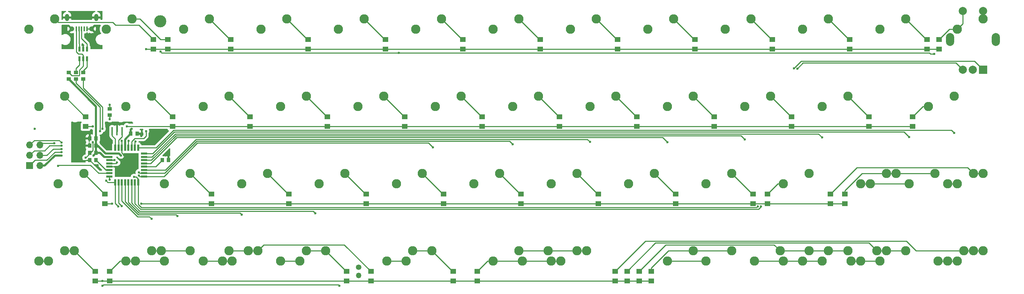
<source format=gbr>
%TF.GenerationSoftware,KiCad,Pcbnew,(5.99.0-8436-gbd786b578a)*%
%TF.CreationDate,2021-02-24T19:01:32+01:00*%
%TF.ProjectId,atom47,61746f6d-3437-42e6-9b69-6361645f7063,rev?*%
%TF.SameCoordinates,Original*%
%TF.FileFunction,Copper,L2,Bot*%
%TF.FilePolarity,Positive*%
%FSLAX46Y46*%
G04 Gerber Fmt 4.6, Leading zero omitted, Abs format (unit mm)*
G04 Created by KiCad (PCBNEW (5.99.0-8436-gbd786b578a)) date 2021-02-24 19:01:32*
%MOMM*%
%LPD*%
G01*
G04 APERTURE LIST*
%TA.AperFunction,ComponentPad*%
%ADD10C,2.286000*%
%TD*%
%TA.AperFunction,ComponentPad*%
%ADD11C,3.000000*%
%TD*%
%TA.AperFunction,ComponentPad*%
%ADD12C,1.350000*%
%TD*%
%TA.AperFunction,ComponentPad*%
%ADD13O,1.350000X1.350000*%
%TD*%
%TA.AperFunction,SMDPad,CuDef*%
%ADD14R,1.000000X0.900000*%
%TD*%
%TA.AperFunction,SMDPad,CuDef*%
%ADD15R,1.400000X1.200000*%
%TD*%
%TA.AperFunction,ComponentPad*%
%ADD16R,1.700000X1.700000*%
%TD*%
%TA.AperFunction,ComponentPad*%
%ADD17O,1.700000X1.700000*%
%TD*%
%TA.AperFunction,SMDPad,CuDef*%
%ADD18R,0.900000X1.000000*%
%TD*%
%TA.AperFunction,SMDPad,CuDef*%
%ADD19R,0.400000X1.250000*%
%TD*%
%TA.AperFunction,ComponentPad*%
%ADD20C,1.200000*%
%TD*%
%TA.AperFunction,ComponentPad*%
%ADD21O,1.000000X1.800000*%
%TD*%
%TA.AperFunction,SMDPad,CuDef*%
%ADD22R,0.600000X1.200000*%
%TD*%
%TA.AperFunction,ComponentPad*%
%ADD23R,2.000000X2.000000*%
%TD*%
%TA.AperFunction,ComponentPad*%
%ADD24C,2.000000*%
%TD*%
%TA.AperFunction,ComponentPad*%
%ADD25O,2.000000X3.200000*%
%TD*%
%TA.AperFunction,SMDPad,CuDef*%
%ADD26R,0.400000X2.000000*%
%TD*%
%TA.AperFunction,SMDPad,CuDef*%
%ADD27R,0.550000X1.600000*%
%TD*%
%TA.AperFunction,SMDPad,CuDef*%
%ADD28R,1.600000X0.550000*%
%TD*%
%TA.AperFunction,ViaPad*%
%ADD29C,0.600000*%
%TD*%
%TA.AperFunction,Conductor*%
%ADD30C,0.250000*%
%TD*%
%TA.AperFunction,Conductor*%
%ADD31C,0.500000*%
%TD*%
G04 APERTURE END LIST*
D10*
X150177500Y-23495000D03*
X143827500Y-26035000D03*
X143033750Y-61595000D03*
X136683750Y-64135000D03*
X228758750Y-42545000D03*
X222408750Y-45085000D03*
X133508750Y-61595000D03*
X127158750Y-64135000D03*
X126365000Y-61595000D03*
X120015000Y-64135000D03*
X14446250Y-23495000D03*
X8096250Y-26035000D03*
X233521250Y-23495000D03*
X227171250Y-26035000D03*
D11*
X38025000Y-5025000D03*
D10*
X235902500Y-61595000D03*
X229552500Y-64135000D03*
X207327500Y-61595000D03*
X200977500Y-64135000D03*
X38258780Y-61595056D03*
X31908780Y-64135056D03*
X16827500Y-61595000D03*
X10477500Y-64135000D03*
X219233750Y-42545000D03*
X212883750Y-45085000D03*
X14446260Y-61595056D03*
X8096260Y-64135056D03*
X62071250Y-61595000D03*
X55721250Y-64135000D03*
X238283750Y-61595000D03*
X231933750Y-64135000D03*
X238283750Y-42545000D03*
X231933750Y-45085000D03*
X100171250Y-61595000D03*
X93821250Y-64135000D03*
X45402500Y-61595000D03*
X39052500Y-64135000D03*
X12065000Y-4445000D03*
X5715000Y-6985000D03*
X31115000Y-4445000D03*
X24765000Y-6985000D03*
X50165000Y-4445000D03*
X43815000Y-6985000D03*
X69215000Y-4445000D03*
X62865000Y-6985000D03*
X88265000Y-4445000D03*
X81915000Y-6985000D03*
X107315000Y-4445000D03*
X100965000Y-6985000D03*
X126365000Y-4445000D03*
X120015000Y-6985000D03*
X145415000Y-4445000D03*
X139065000Y-6985000D03*
X164465000Y-4445000D03*
X158115000Y-6985000D03*
X183515000Y-4445000D03*
X177165000Y-6985000D03*
X202565000Y-4445000D03*
X196215000Y-6985000D03*
X221615000Y-4445000D03*
X215265000Y-6985000D03*
X240665000Y-4445000D03*
X234315000Y-6985000D03*
X35877500Y-23495000D03*
X29527500Y-26035000D03*
X54927500Y-23495000D03*
X48577500Y-26035000D03*
X73977500Y-23495000D03*
X67627500Y-26035000D03*
X93027500Y-23495000D03*
X86677500Y-26035000D03*
X112077500Y-23495000D03*
X105727500Y-26035000D03*
X131127500Y-23495000D03*
X124777500Y-26035000D03*
X169227500Y-23495000D03*
X162877500Y-26035000D03*
X188277500Y-23495000D03*
X181927500Y-26035000D03*
X207327500Y-23495000D03*
X200977500Y-26035000D03*
X45402500Y-42545000D03*
X39052500Y-45085000D03*
X64452500Y-42545000D03*
X58102500Y-45085000D03*
X83502500Y-42545000D03*
X77152500Y-45085000D03*
X102552500Y-42545000D03*
X96202500Y-45085000D03*
X121602500Y-42545000D03*
X115252500Y-45085000D03*
X140652500Y-42545000D03*
X134302500Y-45085000D03*
X159702500Y-42545000D03*
X153352500Y-45085000D03*
X178752500Y-42545000D03*
X172402500Y-45085000D03*
X197802500Y-42545000D03*
X191452500Y-45085000D03*
X240665000Y-42545000D03*
X234315000Y-45085000D03*
X35877500Y-61595000D03*
X29527500Y-64135000D03*
X54927500Y-61595000D03*
X48577500Y-64135000D03*
X73977500Y-61595000D03*
X67627500Y-64135000D03*
X178752500Y-61595000D03*
X172402500Y-64135000D03*
X197802500Y-61595000D03*
X191452500Y-64135000D03*
X216852500Y-61595000D03*
X210502500Y-64135000D03*
X216852500Y-42545000D03*
X210502500Y-45085000D03*
X202565000Y-61595000D03*
X196215000Y-64135000D03*
X221615000Y-61595000D03*
X215265000Y-64135000D03*
X240665000Y-61595000D03*
X234315000Y-64135000D03*
X59690048Y-61595056D03*
X53340048Y-64135056D03*
X78740064Y-61595056D03*
X72390064Y-64135056D03*
X104933836Y-61595056D03*
X98583836Y-64135056D03*
X169227640Y-61595056D03*
X162877640Y-64135056D03*
X190658908Y-61595056D03*
X184308908Y-64135056D03*
X214471428Y-61595056D03*
X208121428Y-64135056D03*
X140652616Y-61595056D03*
X134302616Y-64135056D03*
X19208750Y-42545000D03*
X12858750Y-45085000D03*
D12*
X86915690Y-65675048D03*
D13*
X86915690Y-67675048D03*
D14*
X19050008Y-17667195D03*
X19050008Y-19242195D03*
D15*
X152995433Y-69065674D03*
X152995433Y-66665674D03*
X150018868Y-69065674D03*
X150018868Y-66665674D03*
X110132897Y-69065674D03*
X110132897Y-66665674D03*
X158948563Y-69065674D03*
X158948563Y-66665674D03*
X83939125Y-69065674D03*
X83939125Y-66665674D03*
X155971998Y-69065674D03*
X155971998Y-66665674D03*
X116086027Y-69065674D03*
X116086027Y-66665674D03*
X164901693Y-50025032D03*
X164901693Y-47625032D03*
X25598451Y-69065674D03*
X25598451Y-66665674D03*
X22026573Y-69065674D03*
X22026573Y-66665674D03*
X145851677Y-50025032D03*
X145851677Y-47625032D03*
X203001725Y-50015658D03*
X203001725Y-47615658D03*
X206573603Y-50015658D03*
X206573603Y-47615658D03*
X187523587Y-50015658D03*
X187523587Y-47615658D03*
X183951709Y-50025032D03*
X183951709Y-47625032D03*
X126801661Y-50025032D03*
X126801661Y-47625032D03*
X88701629Y-50025032D03*
X88701629Y-47625032D03*
X69651613Y-50025032D03*
X69651613Y-47625032D03*
X74414117Y-11915626D03*
X74414117Y-9515626D03*
X223242367Y-30965642D03*
X223242367Y-28565642D03*
X193476717Y-30965642D03*
X193476717Y-28565642D03*
X36314085Y-11915626D03*
X36314085Y-9515626D03*
X174426701Y-30965642D03*
X174426701Y-28565642D03*
X207764229Y-11915626D03*
X207764229Y-9515626D03*
X155376685Y-30965642D03*
X155376685Y-28565642D03*
X136326669Y-30965642D03*
X136326669Y-28565642D03*
X150614181Y-11915626D03*
X150614181Y-9515626D03*
X93464133Y-11915626D03*
X93464133Y-9515626D03*
X60126605Y-30965642D03*
X60126605Y-28565642D03*
X41076589Y-30965642D03*
X41076589Y-28565642D03*
X131564165Y-11915626D03*
X131564165Y-9515626D03*
X98226637Y-30965642D03*
X98226637Y-28565642D03*
X229790810Y-11915626D03*
X229790810Y-9515626D03*
X79176621Y-30965642D03*
X79176621Y-28565642D03*
X169664197Y-11915626D03*
X169664197Y-9515626D03*
X55364101Y-11915626D03*
X55364101Y-9515626D03*
X89892255Y-69065674D03*
X89892255Y-66665674D03*
X188714213Y-11915626D03*
X188714213Y-9515626D03*
X212526733Y-30965642D03*
X212526733Y-28565642D03*
X117276653Y-30965642D03*
X117276653Y-28565642D03*
X19645321Y-30965642D03*
X19645321Y-28565642D03*
X112514149Y-11915626D03*
X112514149Y-9515626D03*
X226814245Y-11915626D03*
X226814245Y-9515626D03*
X107751645Y-50025032D03*
X107751645Y-47625032D03*
X24407825Y-50015658D03*
X24407825Y-47615658D03*
X50601597Y-50025032D03*
X50601597Y-47625032D03*
D16*
X5873748Y-40640024D03*
D17*
X8413748Y-40640024D03*
X5873748Y-38100024D03*
X8413748Y-38100024D03*
X5873748Y-35560024D03*
X8413748Y-35560024D03*
D15*
X39885963Y-11915626D03*
X39885963Y-9515626D03*
D18*
X22218760Y-35718772D03*
X20643760Y-35718772D03*
X30764081Y-32742207D03*
X32339081Y-32742207D03*
D14*
X17264069Y-17667195D03*
X17264069Y-19242195D03*
D18*
X38503150Y-39290650D03*
X40078150Y-39290650D03*
D14*
X25598451Y-28171890D03*
X25598451Y-26596890D03*
D18*
X22218760Y-39290650D03*
X20643760Y-39290650D03*
X22218760Y-37504711D03*
X20643760Y-37504711D03*
D19*
X17375000Y-6875000D03*
X18025000Y-6875000D03*
X18675000Y-6875000D03*
X19325000Y-6875000D03*
X19975000Y-6875000D03*
D20*
X21100000Y-6875000D03*
D21*
X22275000Y-4075000D03*
D20*
X16250000Y-6875000D03*
D21*
X15075000Y-4075000D03*
D22*
X18100008Y-11946878D03*
X19050008Y-11946878D03*
X20000008Y-11946878D03*
X20000008Y-14246878D03*
X19050008Y-14246878D03*
X18100008Y-14246878D03*
D18*
X22218760Y-33932833D03*
X20643760Y-33932833D03*
D23*
X240625192Y-17025000D03*
D24*
X235625192Y-17025000D03*
X238125192Y-17025000D03*
D25*
X232525192Y-9525000D03*
X243725192Y-9525000D03*
D24*
X235625192Y-2525000D03*
X240625192Y-2525000D03*
D26*
X26184390Y-32146894D03*
X28584390Y-32146894D03*
X27384390Y-32146894D03*
D27*
X26965642Y-36231276D03*
X27765642Y-36231276D03*
X28565642Y-36231276D03*
X29365642Y-36231276D03*
X30165642Y-36231276D03*
X30965642Y-36231276D03*
X31765642Y-36231276D03*
X32565642Y-36231276D03*
D28*
X34015642Y-37681276D03*
X34015642Y-38481276D03*
X34015642Y-39281276D03*
X34015642Y-40081276D03*
X34015642Y-40881276D03*
X34015642Y-41681276D03*
X34015642Y-42481276D03*
X34015642Y-43281276D03*
D27*
X32565642Y-44731276D03*
X31765642Y-44731276D03*
X30965642Y-44731276D03*
X30165642Y-44731276D03*
X29365642Y-44731276D03*
X28565642Y-44731276D03*
X27765642Y-44731276D03*
X26965642Y-44731276D03*
D28*
X25515642Y-43281276D03*
X25515642Y-42481276D03*
X25515642Y-41681276D03*
X25515642Y-40881276D03*
X25515642Y-40081276D03*
X25515642Y-39281276D03*
X25515642Y-38481276D03*
X25515642Y-37681276D03*
D14*
X15478112Y-19242172D03*
X15478112Y-17667172D03*
D29*
X38099401Y-12540626D03*
X7143748Y-31551581D03*
X18892440Y-10873194D03*
X33337520Y-35123459D03*
X96779760Y-12840627D03*
X39885963Y-38100024D03*
X228600184Y-13096878D03*
X28575024Y-34528154D03*
X11906252Y-35093772D03*
X16668756Y-33932833D03*
X17264069Y-39290650D03*
X24665690Y-30175048D03*
X22573694Y-40529468D03*
X28575016Y-40481276D03*
X25598459Y-34528154D03*
X29170329Y-38100024D03*
X33337520Y-33307833D03*
X38695337Y-32146894D03*
X20373457Y-24275003D03*
X28328391Y-38141971D03*
X13692191Y-38118781D03*
X21574942Y-38140601D03*
X30956268Y-31551581D03*
X27733072Y-50673225D03*
X24705481Y-44350811D03*
X13692191Y-34918769D03*
X19645321Y-38695337D03*
X23812512Y-70246926D03*
X82153186Y-70246926D03*
X21431440Y-34849696D03*
X143827500Y-34766384D03*
X200977500Y-33694547D03*
X222408750Y-33575824D03*
X233521250Y-32583645D03*
X42227528Y-53022536D03*
X58102500Y-52744683D03*
X76200056Y-52387536D03*
X162877500Y-34885205D03*
X181927500Y-34171103D03*
X23803138Y-69065674D03*
X28575016Y-50631284D03*
X124777500Y-35361681D03*
X32742207Y-42267215D03*
X13692191Y-35718772D03*
X105171904Y-36115596D03*
X32741802Y-43068328D03*
X13692191Y-36518775D03*
X31551581Y-43431274D03*
X194072030Y-16668756D03*
X185151711Y-50650032D03*
X13692191Y-37318778D03*
X25598451Y-25598451D03*
X12858750Y-40719404D03*
X34528146Y-32146894D03*
X34528146Y-11906252D03*
X29795330Y-30926580D03*
X30206268Y-34528146D03*
X21431260Y-30956268D03*
X25598451Y-44053154D03*
X33337520Y-50006284D03*
X26193764Y-50006284D03*
X31888054Y-34709932D03*
X25598451Y-29170329D03*
X35877500Y-53736890D03*
X26759390Y-39290650D03*
X23187512Y-32176581D03*
X23812512Y-31551581D03*
X27384390Y-39885963D03*
X185951714Y-50650032D03*
X194913974Y-16710697D03*
D30*
X8413748Y-35560024D02*
X8880000Y-35093772D01*
X28565642Y-34537536D02*
X28575024Y-34528154D01*
X17293757Y-39320338D02*
X17264069Y-39290650D01*
X32339082Y-32742207D02*
X32771894Y-32742207D01*
X19050008Y-11946878D02*
X19050008Y-11030762D01*
X28565642Y-36231276D02*
X28565642Y-37495337D01*
X25915690Y-30175048D02*
X24665690Y-30175048D01*
X20643760Y-39290650D02*
X19943760Y-39290650D01*
X228600184Y-13096878D02*
X227665809Y-13096878D01*
X28565642Y-36231276D02*
X28565642Y-34537536D01*
X28565642Y-36231276D02*
X28565642Y-35728146D01*
X96779760Y-12840627D02*
X38399402Y-12840627D01*
X227409558Y-12840627D02*
X96779760Y-12840627D01*
X38399402Y-12840627D02*
X38099401Y-12540626D01*
X19050008Y-11030762D02*
X18892440Y-10873194D01*
X32771894Y-32742207D02*
X33337520Y-33307833D01*
X27384390Y-30393748D02*
X27165690Y-30175048D01*
X19975000Y-6875000D02*
X21100000Y-6875000D01*
X20643760Y-39290650D02*
X21882578Y-40529468D01*
X27165690Y-30175048D02*
X25915690Y-30175048D01*
X40078151Y-39290650D02*
X40078151Y-38292212D01*
X227665809Y-13096878D02*
X227409558Y-12840627D01*
X27384390Y-32146894D02*
X27384390Y-30393748D01*
X25515642Y-40881276D02*
X28175016Y-40881276D01*
X28565642Y-37495337D02*
X29170329Y-38100024D01*
X8880000Y-35093772D02*
X11906252Y-35093772D01*
X21882578Y-40529468D02*
X22573694Y-40529468D01*
X28175016Y-40881276D02*
X28575016Y-40481276D01*
X20643760Y-39290650D02*
X20614072Y-39320338D01*
X20614072Y-39320338D02*
X17293757Y-39320338D01*
X40078151Y-38292212D02*
X39885963Y-38100024D01*
D31*
X22218760Y-37504711D02*
X22210832Y-37504711D01*
X9584125Y-40640024D02*
X12105368Y-38118781D01*
X24584390Y-37681276D02*
X25515642Y-37681276D01*
X27867696Y-37681276D02*
X28328391Y-38141971D01*
X8413748Y-40640024D02*
X9584125Y-40640024D01*
X22218760Y-33932833D02*
X22218760Y-35718772D01*
X15478112Y-19242172D02*
X15478112Y-19308960D01*
X22218760Y-35718772D02*
X22218760Y-37504711D01*
X26612512Y-37681276D02*
X26965642Y-37681276D01*
X22218760Y-26049609D02*
X22194744Y-26025593D01*
X30764080Y-31743769D02*
X30956268Y-31551581D01*
X29365642Y-34140645D02*
X30764080Y-32742207D01*
X23514855Y-37802368D02*
X24193764Y-38481276D01*
X30764080Y-32742207D02*
X30764080Y-31743769D01*
X22218760Y-33932833D02*
X22218760Y-26049609D01*
X22621886Y-35718772D02*
X24584390Y-37681276D01*
X22218760Y-35718772D02*
X22621886Y-35718772D01*
X22210832Y-37504711D02*
X21574942Y-38140601D01*
X25515642Y-37681276D02*
X26612512Y-37681276D01*
X26965642Y-37681276D02*
X27560955Y-37681276D01*
X22218760Y-37504711D02*
X23217199Y-37504711D01*
X29365642Y-36231276D02*
X29365642Y-34140645D01*
X24193764Y-38481276D02*
X25515642Y-38481276D01*
X26965642Y-37681276D02*
X27867696Y-37681276D01*
X12105368Y-38118781D02*
X13692191Y-38118781D01*
X23217199Y-37504711D02*
X23514855Y-37802368D01*
X15478112Y-19308960D02*
X22194744Y-26025593D01*
D30*
X26965642Y-44731276D02*
X26965642Y-49905795D01*
X20836307Y-37504711D02*
X21431440Y-36909578D01*
X21431440Y-34849696D02*
X21431440Y-36909578D01*
X20643760Y-37504711D02*
X20643760Y-37633894D01*
X20643760Y-37696898D02*
X19645321Y-38695337D01*
X7048749Y-34385023D02*
X13158445Y-34385023D01*
X81896935Y-69990675D02*
X24068763Y-69990675D01*
X24068763Y-69990675D02*
X23812512Y-70246926D01*
X13158445Y-34385023D02*
X13692191Y-34918769D01*
X26965642Y-44731276D02*
X25085947Y-44731276D01*
X25085947Y-44731276D02*
X24705481Y-44350811D01*
X82153186Y-70246926D02*
X81896935Y-69990675D01*
X26965642Y-49905795D02*
X27733072Y-50673225D01*
X20643760Y-37504711D02*
X20643760Y-37696898D01*
X20643760Y-37504711D02*
X20836307Y-37504711D01*
X5873748Y-35560024D02*
X7048749Y-34385023D01*
X133508750Y-61595000D02*
X140652560Y-61595000D01*
X34015642Y-41681276D02*
X39281276Y-41681276D01*
X140652616Y-61595056D02*
X143033694Y-61595056D01*
X143033694Y-61595056D02*
X143033750Y-61595000D01*
X39281276Y-41681276D02*
X46821859Y-34140693D01*
X126365000Y-61595000D02*
X133508750Y-61595000D01*
X46821859Y-34140693D02*
X143201809Y-34140693D01*
X140652560Y-61595000D02*
X140652616Y-61595056D01*
X143201809Y-34140693D02*
X143827500Y-34766384D01*
X36015027Y-38481276D02*
X41705640Y-32790663D01*
X196215000Y-64135000D02*
X200977500Y-64135000D01*
X200073616Y-32790663D02*
X200977500Y-33694547D01*
X34015642Y-38481276D02*
X36015027Y-38481276D01*
X191452444Y-64135056D02*
X191452500Y-64135000D01*
X41705640Y-32790663D02*
X200073616Y-32790663D01*
X184308908Y-64135056D02*
X191452444Y-64135056D01*
X191452500Y-64135000D02*
X196215000Y-64135000D01*
X221173579Y-32340653D02*
X222408750Y-33575824D01*
X41519240Y-32340653D02*
X221173579Y-32340653D01*
X34015642Y-37681276D02*
X36178617Y-37681276D01*
X210502500Y-45085000D02*
X212883750Y-45085000D01*
X210502500Y-64135000D02*
X215265000Y-64135000D01*
X208121428Y-64135056D02*
X210502444Y-64135056D01*
X210502444Y-64135056D02*
X210502500Y-64135000D01*
X212883750Y-45085000D02*
X222408750Y-45085000D01*
X36178617Y-37681276D02*
X41519240Y-32340653D01*
X231933750Y-45085000D02*
X234315000Y-45085000D01*
X232828248Y-31890643D02*
X41332840Y-31890643D01*
X233521250Y-32583645D02*
X232828248Y-31890643D01*
X41332840Y-31890643D02*
X36992207Y-36231276D01*
X36992207Y-36231276D02*
X32565642Y-36231276D01*
X231933750Y-64135000D02*
X229552500Y-64135000D01*
X234315000Y-64135000D02*
X231933750Y-64135000D01*
X29365642Y-44731276D02*
X29365642Y-49505048D01*
X53340048Y-64135056D02*
X55721194Y-64135056D01*
X48577500Y-64135000D02*
X53339992Y-64135000D01*
X32610667Y-52750073D02*
X41955065Y-52750073D01*
X53339992Y-64135000D02*
X53340048Y-64135056D01*
X29365642Y-49505048D02*
X32610667Y-52750073D01*
X55721194Y-64135056D02*
X55721250Y-64135000D01*
X41955065Y-52750073D02*
X42227528Y-53022536D01*
X57657880Y-52300063D02*
X58102500Y-52744683D01*
X72390008Y-64135000D02*
X72390064Y-64135056D01*
X67627500Y-64135000D02*
X72390008Y-64135000D01*
X30165642Y-44731276D02*
X30165642Y-49668638D01*
X32797067Y-52300063D02*
X57657880Y-52300063D01*
X30165642Y-49668638D02*
X32797067Y-52300063D01*
X75662573Y-51850053D02*
X76200056Y-52387536D01*
X30965642Y-49832228D02*
X32983467Y-51850053D01*
X30965642Y-44731276D02*
X30965642Y-49832228D01*
X32983467Y-51850053D02*
X75662573Y-51850053D01*
X161682978Y-33690683D02*
X162877500Y-34885205D01*
X42078440Y-33690683D02*
X161682978Y-33690683D01*
X35687847Y-40081276D02*
X42078440Y-33690683D01*
X34015642Y-40081276D02*
X35687847Y-40081276D01*
X35851437Y-39281276D02*
X41892040Y-33240673D01*
X172402444Y-64135056D02*
X172402500Y-64135000D01*
X34015642Y-39281276D02*
X35851437Y-39281276D01*
X180997070Y-33240673D02*
X181927500Y-34171103D01*
X41892040Y-33240673D02*
X180997070Y-33240673D01*
X162877640Y-64135056D02*
X172402444Y-64135056D01*
X27765642Y-44731276D02*
X27765642Y-49821910D01*
X152995433Y-69065674D02*
X155971998Y-69065674D01*
X83939125Y-69065674D02*
X87511003Y-69065674D01*
X87511003Y-69065674D02*
X110132897Y-69065674D01*
X25598451Y-69065674D02*
X83939125Y-69065674D01*
X110132897Y-69065674D02*
X116086027Y-69065674D01*
X150018868Y-69065674D02*
X152995433Y-69065674D01*
X27765642Y-49821910D02*
X28575016Y-50631284D01*
X155971998Y-69065674D02*
X158948563Y-69065674D01*
X23803138Y-69065674D02*
X25598451Y-69065674D01*
X116086027Y-69065674D02*
X150018868Y-69065674D01*
X22026573Y-69065674D02*
X23803138Y-69065674D01*
X13692191Y-35718772D02*
X10795000Y-35718772D01*
X7048749Y-36925023D02*
X5873748Y-38100024D01*
X47008259Y-34590703D02*
X124006522Y-34590703D01*
X124006522Y-34590703D02*
X124777500Y-35361681D01*
X9588749Y-36925023D02*
X7048749Y-36925023D01*
X39117686Y-42481276D02*
X47008259Y-34590703D01*
X34015642Y-42481276D02*
X32956268Y-42481276D01*
X32956268Y-42481276D02*
X32742207Y-42267215D01*
X10795000Y-35718772D02*
X9588749Y-36925023D01*
X34015642Y-42481276D02*
X39117686Y-42481276D01*
X98583780Y-64135000D02*
X98583836Y-64135056D01*
X11701562Y-36518775D02*
X10120313Y-38100024D01*
X93821250Y-64135000D02*
X98583780Y-64135000D01*
X34015642Y-43281276D02*
X32954750Y-43281276D01*
X13692191Y-36518775D02*
X11701562Y-36518775D01*
X10120313Y-38100024D02*
X8413748Y-38100024D01*
X38954096Y-43281276D02*
X47194659Y-35040713D01*
X32954750Y-43281276D02*
X32741802Y-43068328D01*
X104097021Y-35040713D02*
X105171904Y-36115596D01*
X47194659Y-35040713D02*
X104097021Y-35040713D01*
X34015642Y-43281276D02*
X38954096Y-43281276D01*
X7223122Y-39290650D02*
X5873748Y-40640024D01*
X32125642Y-43431274D02*
X31551581Y-43431274D01*
X240625192Y-17025000D02*
X238483009Y-14882817D01*
X32565642Y-43871274D02*
X32125642Y-43431274D01*
X184851710Y-50950033D02*
X185151711Y-50650032D01*
X32565642Y-44731276D02*
X32565642Y-43871274D01*
X12092185Y-37318778D02*
X10120313Y-39290650D01*
X238483009Y-14882817D02*
X195857969Y-14882817D01*
X32565642Y-44731276D02*
X32565642Y-50159408D01*
X195857969Y-14882817D02*
X194072030Y-16668756D01*
X32565642Y-50159408D02*
X33356267Y-50950033D01*
X10120313Y-39290650D02*
X7223122Y-39290650D01*
X33356267Y-50950033D02*
X184851710Y-50950033D01*
X13692191Y-37318778D02*
X12092185Y-37318778D01*
X26359400Y-5300010D02*
X27012512Y-5953122D01*
X12065000Y-4445000D02*
X12920010Y-5300010D01*
X27012512Y-5953122D02*
X32751581Y-5953122D01*
X12920010Y-5300010D02*
X26359400Y-5300010D01*
X32751581Y-5953122D02*
X36314085Y-9515626D01*
X38090650Y-9515626D02*
X33020024Y-4445000D01*
X39885963Y-9515626D02*
X38090650Y-9515626D01*
X33020024Y-4445000D02*
X31115000Y-4445000D01*
X55364101Y-9515626D02*
X55235626Y-9515626D01*
X55235626Y-9515626D02*
X50165000Y-4445000D01*
X74285626Y-9515626D02*
X69215000Y-4445000D01*
X74414117Y-9515626D02*
X74285626Y-9515626D01*
X93464133Y-9515626D02*
X93335626Y-9515626D01*
X93335626Y-9515626D02*
X88265000Y-4445000D01*
X112385626Y-9515626D02*
X107315000Y-4445000D01*
X112514149Y-9515626D02*
X112385626Y-9515626D01*
X131435626Y-9515626D02*
X126365000Y-4445000D01*
X131564165Y-9515626D02*
X131435626Y-9515626D01*
X150485626Y-9515626D02*
X145415000Y-4445000D01*
X150614181Y-9515626D02*
X150485626Y-9515626D01*
X169664197Y-9515626D02*
X169535626Y-9515626D01*
X169535626Y-9515626D02*
X164465000Y-4445000D01*
X188714213Y-9515626D02*
X188585626Y-9515626D01*
X188585626Y-9515626D02*
X183515000Y-4445000D01*
X207764229Y-9515626D02*
X207635626Y-9515626D01*
X207635626Y-9515626D02*
X202565000Y-4445000D01*
X226814245Y-9515626D02*
X226685626Y-9515626D01*
X226685626Y-9515626D02*
X221615000Y-4445000D01*
X235625192Y-5674808D02*
X234315000Y-6985000D01*
X229790810Y-9515626D02*
X232321436Y-6985000D01*
X232321436Y-6985000D02*
X234315000Y-6985000D01*
X235625192Y-2525000D02*
X235625192Y-5674808D01*
X19516892Y-28565642D02*
X14446250Y-23495000D01*
X19645321Y-28565642D02*
X19516892Y-28565642D01*
X41076589Y-28565642D02*
X40948142Y-28565642D01*
X40948142Y-28565642D02*
X35877500Y-23495000D01*
X60126605Y-28565642D02*
X59998142Y-28565642D01*
X59998142Y-28565642D02*
X54927500Y-23495000D01*
X79048142Y-28565642D02*
X73977500Y-23495000D01*
X79176621Y-28565642D02*
X79048142Y-28565642D01*
X98226637Y-28565642D02*
X98098142Y-28565642D01*
X98098142Y-28565642D02*
X93027500Y-23495000D01*
X117148142Y-28565642D02*
X112077500Y-23495000D01*
X117276653Y-28565642D02*
X117148142Y-28565642D01*
X136326669Y-28565642D02*
X136198142Y-28565642D01*
X136198142Y-28565642D02*
X131127500Y-23495000D01*
X155376685Y-28565642D02*
X155248142Y-28565642D01*
X155248142Y-28565642D02*
X150177500Y-23495000D01*
X174426701Y-28565642D02*
X174298142Y-28565642D01*
X174298142Y-28565642D02*
X169227500Y-23495000D01*
X193348142Y-28565642D02*
X188277500Y-23495000D01*
X193476717Y-28565642D02*
X193348142Y-28565642D01*
X212398142Y-28565642D02*
X207327500Y-23495000D01*
X212526733Y-28565642D02*
X212398142Y-28565642D01*
X225773009Y-26035000D02*
X227171250Y-26035000D01*
X223242367Y-28565642D02*
X225773009Y-26035000D01*
X24279408Y-47615658D02*
X19208750Y-42545000D01*
X24407825Y-47615658D02*
X24279408Y-47615658D01*
X50482532Y-47625032D02*
X45402500Y-42545000D01*
X50601597Y-47625032D02*
X50482532Y-47625032D01*
X69651613Y-47625032D02*
X69532532Y-47625032D01*
X69532532Y-47625032D02*
X64452500Y-42545000D01*
X88582532Y-47625032D02*
X83502500Y-42545000D01*
X88701629Y-47625032D02*
X88582532Y-47625032D01*
X107751645Y-47625032D02*
X107632532Y-47625032D01*
X107632532Y-47625032D02*
X102552500Y-42545000D01*
X126682532Y-47625032D02*
X121602500Y-42545000D01*
X126801661Y-47625032D02*
X126682532Y-47625032D01*
X145732532Y-47625032D02*
X140652500Y-42545000D01*
X145851677Y-47625032D02*
X145732532Y-47625032D01*
X164901693Y-47625032D02*
X164782532Y-47625032D01*
X164782532Y-47625032D02*
X159702500Y-42545000D01*
X183832532Y-47625032D02*
X178752500Y-42545000D01*
X183951709Y-47625032D02*
X183832532Y-47625032D01*
X203001725Y-47615658D02*
X209540384Y-41076999D01*
X236815749Y-41076999D02*
X238283750Y-42545000D01*
X209540384Y-41076999D02*
X236815749Y-41076999D01*
X238283750Y-42545000D02*
X240665000Y-42545000D01*
X22026573Y-66665674D02*
X21898174Y-66665674D01*
X14446316Y-61595000D02*
X14446260Y-61595056D01*
X21898174Y-66665674D02*
X16827500Y-61595000D01*
X16827500Y-61595000D02*
X14446316Y-61595000D01*
X39052444Y-64135056D02*
X39052500Y-64135000D01*
X31908724Y-64135000D02*
X31908780Y-64135056D01*
X28129125Y-64135000D02*
X29527500Y-64135000D01*
X29527500Y-64135000D02*
X31908724Y-64135000D01*
X25598451Y-66665674D02*
X28129125Y-64135000D01*
X31908780Y-64135056D02*
X39052444Y-64135056D01*
X89892255Y-66665674D02*
X89882881Y-66665674D01*
X59689992Y-61595000D02*
X59690048Y-61595056D01*
X83344206Y-60126999D02*
X79771540Y-60126999D01*
X89882881Y-66665674D02*
X83344206Y-60126999D01*
X80972328Y-60126999D02*
X79771540Y-60126999D01*
X63539251Y-60126999D02*
X62071250Y-61595000D01*
X62071194Y-61595056D02*
X62071250Y-61595000D01*
X79771540Y-60126999D02*
X63539251Y-60126999D01*
X59690048Y-61595056D02*
X62071194Y-61595056D01*
X54927500Y-61595000D02*
X59689992Y-61595000D01*
X83810682Y-66665674D02*
X78740064Y-61595056D01*
X78740008Y-61595000D02*
X78740064Y-61595056D01*
X73977500Y-61595000D02*
X78740008Y-61595000D01*
X83939125Y-66665674D02*
X83810682Y-66665674D01*
X169227640Y-61595056D02*
X178752444Y-61595056D01*
X163169181Y-61595056D02*
X169227640Y-61595056D01*
X158948563Y-65815674D02*
X163169181Y-61595056D01*
X158948563Y-66665674D02*
X158948563Y-65815674D01*
X178752444Y-61595056D02*
X178752500Y-61595000D01*
X155971998Y-66665674D02*
X162510673Y-60126999D01*
X190658964Y-61595000D02*
X190658908Y-61595056D01*
X189190851Y-60126999D02*
X190658908Y-61595056D01*
X207327500Y-61595000D02*
X202565000Y-61595000D01*
X162510673Y-60126999D02*
X189190851Y-60126999D01*
X197802500Y-61595000D02*
X190658964Y-61595000D01*
X202565000Y-61595000D02*
X197802500Y-61595000D01*
X221747429Y-59226980D02*
X224115449Y-61595000D01*
X238283750Y-61595000D02*
X240665000Y-61595000D01*
X224115449Y-61595000D02*
X235902500Y-61595000D01*
X157457562Y-59226980D02*
X221747429Y-59226980D01*
X150018868Y-66665674D02*
X157457562Y-59226980D01*
X235902500Y-61595000D02*
X238283750Y-61595000D01*
X216852500Y-42545000D02*
X219233750Y-42545000D01*
X219233750Y-42545000D02*
X228758750Y-42545000D01*
X206573603Y-46765658D02*
X210794261Y-42545000D01*
X210794261Y-42545000D02*
X216852500Y-42545000D01*
X206573603Y-47615658D02*
X206573603Y-46765658D01*
X104933836Y-61595056D02*
X100171306Y-61595056D01*
X110004454Y-66665674D02*
X104933836Y-61595056D01*
X110132897Y-66665674D02*
X110004454Y-66665674D01*
X100171306Y-61595056D02*
X100171250Y-61595000D01*
X134302616Y-64135056D02*
X136683694Y-64135056D01*
X120015000Y-64135000D02*
X127158750Y-64135000D01*
X134302560Y-64135000D02*
X134302616Y-64135056D01*
X116086027Y-66665674D02*
X118616701Y-64135000D01*
X118616701Y-64135000D02*
X120015000Y-64135000D01*
X136683694Y-64135056D02*
X136683750Y-64135000D01*
X127158750Y-64135000D02*
X134302560Y-64135000D01*
X152995433Y-66665674D02*
X159984118Y-59676989D01*
X221615000Y-61595000D02*
X216852500Y-61595000D01*
X159984118Y-59676989D02*
X212553361Y-59676989D01*
X212553361Y-59676989D02*
X214471428Y-61595056D01*
X214471484Y-61595000D02*
X214471428Y-61595056D01*
X216852500Y-61595000D02*
X214471484Y-61595000D01*
X187523587Y-47615658D02*
X190054245Y-45085000D01*
X190054245Y-45085000D02*
X191452500Y-45085000D01*
X25598451Y-25598451D02*
X25598451Y-26596890D01*
X10477444Y-64135056D02*
X10477500Y-64135000D01*
X13096878Y-40481276D02*
X12858750Y-40719404D01*
X20835947Y-40481276D02*
X13096878Y-40481276D01*
X22835947Y-42481276D02*
X20835947Y-40481276D01*
X8096260Y-64135056D02*
X10477444Y-64135056D01*
X25515642Y-42481276D02*
X22835947Y-42481276D01*
X93464133Y-11915626D02*
X112514149Y-11915626D01*
X31740151Y-33932833D02*
X33932833Y-33932833D01*
X30965642Y-34707342D02*
X31740151Y-33932833D01*
X30965642Y-36231276D02*
X30965642Y-34707342D01*
X150614181Y-11915626D02*
X169664197Y-11915626D01*
X39885963Y-11915626D02*
X55364101Y-11915626D01*
X112514149Y-11915626D02*
X131564165Y-11915626D01*
X169664197Y-11915626D02*
X188714213Y-11915626D01*
X33932833Y-33932833D02*
X34528146Y-33337520D01*
X188714213Y-11915626D02*
X207764229Y-11915626D01*
X36304711Y-11906252D02*
X36314085Y-11915626D01*
X226814245Y-11915626D02*
X229790810Y-11915626D01*
X34528146Y-33337520D02*
X34528146Y-32146894D01*
X34528146Y-11906252D02*
X36304711Y-11906252D01*
X38109398Y-11915626D02*
X39885963Y-11915626D01*
X131564165Y-11915626D02*
X150614181Y-11915626D01*
X74414117Y-11915626D02*
X93464133Y-11915626D01*
X207764229Y-11915626D02*
X226814245Y-11915626D01*
X55364101Y-11915626D02*
X74414117Y-11915626D01*
X36314085Y-11915626D02*
X38109398Y-11915626D01*
X41037527Y-30926580D02*
X29795330Y-30926580D01*
X117276653Y-30965642D02*
X136326669Y-30965642D01*
X136326669Y-30965642D02*
X155376685Y-30965642D01*
X155376685Y-30965642D02*
X174426701Y-30965642D01*
X19645321Y-30965642D02*
X21421886Y-30965642D01*
X30165642Y-34568772D02*
X30206268Y-34528146D01*
X193476717Y-30965642D02*
X212526733Y-30965642D01*
X30165642Y-36231276D02*
X30165642Y-34568772D01*
X39290650Y-30956268D02*
X41067215Y-30956268D01*
X98226637Y-30965642D02*
X117276653Y-30965642D01*
X41076589Y-30965642D02*
X60126605Y-30965642D01*
X41067215Y-30956268D02*
X41076589Y-30965642D01*
X174426701Y-30965642D02*
X193476717Y-30965642D01*
X79176621Y-30965642D02*
X98226637Y-30965642D01*
X212526733Y-30965642D02*
X223242367Y-30965642D01*
X41076589Y-30965642D02*
X41037527Y-30926580D01*
X21421886Y-30965642D02*
X21431260Y-30956268D01*
X60126605Y-30965642D02*
X79176621Y-30965642D01*
X24407825Y-50015658D02*
X26184390Y-50015658D01*
X69651613Y-50025032D02*
X88701629Y-50025032D01*
X25515642Y-43281276D02*
X25515642Y-43970345D01*
X187514213Y-50025032D02*
X187523587Y-50015658D01*
X25515642Y-43970345D02*
X25598451Y-44053154D01*
X88701629Y-50025032D02*
X107751645Y-50025032D01*
X39290650Y-50006284D02*
X50582849Y-50006284D01*
X145851677Y-50025032D02*
X164901693Y-50025032D01*
X39290650Y-50006284D02*
X33337520Y-50006284D01*
X187523587Y-50015658D02*
X206573603Y-50015658D01*
X183951709Y-50025032D02*
X187514213Y-50025032D01*
X26184390Y-50015658D02*
X26193764Y-50006284D01*
X164901693Y-50025032D02*
X183951709Y-50025032D01*
X50582849Y-50006284D02*
X50601597Y-50025032D01*
X126801661Y-50025032D02*
X145851677Y-50025032D01*
X50601597Y-50025032D02*
X69651613Y-50025032D01*
X107751645Y-50025032D02*
X126801661Y-50025032D01*
X37504711Y-50006284D02*
X39290650Y-50006284D01*
X17264048Y-17667172D02*
X17264048Y-16668777D01*
X18100008Y-15832817D02*
X17264048Y-16668777D01*
X18100008Y-14246878D02*
X18100008Y-15832817D01*
X19049984Y-17264093D02*
X19049984Y-17667172D01*
X20000008Y-14246878D02*
X20000008Y-16314069D01*
X20000008Y-16314069D02*
X19049984Y-17264093D01*
X31765642Y-36231276D02*
X31765642Y-34832344D01*
X25598451Y-29170329D02*
X25598451Y-28171890D01*
X31765642Y-34832344D02*
X31888054Y-34709932D01*
X19050008Y-13396878D02*
X19050008Y-14246878D01*
X16265635Y-18454695D02*
X15478112Y-17667172D01*
X19050008Y-16073443D02*
X18089049Y-17034402D01*
X17859382Y-13096878D02*
X18750008Y-13096878D01*
X18089049Y-18377173D02*
X18011527Y-18454695D01*
X18750008Y-13096878D02*
X19050008Y-13396878D01*
X17375000Y-6875000D02*
X17375000Y-12612496D01*
X17375000Y-12612496D02*
X17859382Y-13096878D01*
X18011527Y-18454695D02*
X16265635Y-18454695D01*
X18089049Y-17034402D02*
X18089049Y-18377173D01*
X19050008Y-14246878D02*
X19050008Y-16073443D01*
X18675000Y-9304695D02*
X20000008Y-10629703D01*
X18675000Y-6875000D02*
X18675000Y-9304695D01*
X20000008Y-10629703D02*
X20000008Y-11946878D01*
X18025000Y-6875000D02*
X18025000Y-10550008D01*
X18100008Y-10625016D02*
X18100008Y-11946878D01*
X18025000Y-10550008D02*
X18100008Y-10625016D01*
X35340693Y-53200083D02*
X35877500Y-53736890D01*
X28565642Y-44731276D02*
X28565642Y-49341458D01*
X38258724Y-61595000D02*
X38258780Y-61595056D01*
X38258780Y-61595056D02*
X45402444Y-61595056D01*
X28565642Y-49341458D02*
X32424267Y-53200083D01*
X32424267Y-53200083D02*
X35340693Y-53200083D01*
X45402444Y-61595056D02*
X45402500Y-61595000D01*
X35877500Y-61595000D02*
X38258724Y-61595000D01*
X27765642Y-34314085D02*
X27765642Y-36231276D01*
X28334390Y-33745337D02*
X28160185Y-33919543D01*
X28584390Y-33495338D02*
X28160185Y-33919543D01*
X28584390Y-32146894D02*
X28584390Y-33495338D01*
X28160185Y-33919543D02*
X27765642Y-34314085D01*
X26723491Y-33867247D02*
X26965642Y-34109398D01*
X26434390Y-33578146D02*
X26723491Y-33867247D01*
X26184390Y-33328146D02*
X26723491Y-33867247D01*
X26965642Y-34109398D02*
X26965642Y-36231276D01*
X26184390Y-32146894D02*
X26184390Y-33328146D01*
X25515642Y-41681276D02*
X24609386Y-41681276D01*
X24609386Y-41681276D02*
X22218760Y-39290650D01*
X25525016Y-39290650D02*
X25515642Y-39281276D01*
X17264069Y-19242195D02*
X17264069Y-20281731D01*
X23187512Y-29200016D02*
X23187512Y-30360955D01*
X23187512Y-29200016D02*
X23187512Y-32176581D01*
X17264069Y-20281731D02*
X23187512Y-26205174D01*
X23187512Y-29140642D02*
X23187512Y-29200016D01*
X23187512Y-26205174D02*
X23187512Y-29140642D01*
X26759390Y-39290650D02*
X25525016Y-39290650D01*
X23812512Y-28575016D02*
X23812512Y-31551581D01*
X19050008Y-19242195D02*
X19050008Y-21431260D01*
X25515642Y-40081276D02*
X27189077Y-40081276D01*
X19049984Y-19242172D02*
X19049984Y-19645297D01*
X27189077Y-40081276D02*
X27384390Y-39885963D01*
X23812512Y-26193764D02*
X23812512Y-28575016D01*
X23812512Y-28575016D02*
X23812512Y-29765642D01*
X19050008Y-21431260D02*
X23812512Y-26193764D01*
X34015642Y-40881276D02*
X36912523Y-40881276D01*
X36912523Y-40881276D02*
X38503149Y-39290650D01*
X194913974Y-16710697D02*
X196291844Y-15332827D01*
X233933019Y-15332827D02*
X235625192Y-17025000D01*
X185326702Y-51400043D02*
X185951714Y-50775031D01*
X33169867Y-51400043D02*
X185326702Y-51400043D01*
X196291844Y-15332827D02*
X233933019Y-15332827D01*
X185951714Y-50775031D02*
X185951714Y-50650032D01*
X31765642Y-49995818D02*
X33169867Y-51400043D01*
X31765642Y-44731276D02*
X31765642Y-49995818D01*
%TA.AperFunction,Conductor*%
G36*
X32286194Y-37536137D02*
G01*
X32286201Y-37536138D01*
X32290642Y-37536776D01*
X32584142Y-37536776D01*
X32652263Y-37556778D01*
X32698756Y-37610434D01*
X32710142Y-37662776D01*
X32710142Y-37956276D01*
X32715287Y-38028216D01*
X32717188Y-38034691D01*
X32717189Y-38034695D01*
X32721297Y-38048685D01*
X32725118Y-38102112D01*
X32710781Y-38201828D01*
X32710780Y-38201835D01*
X32710142Y-38206276D01*
X32710142Y-38756276D01*
X32710303Y-38758527D01*
X32713004Y-38796289D01*
X32715287Y-38828216D01*
X32717188Y-38834691D01*
X32717189Y-38834695D01*
X32721297Y-38848685D01*
X32725118Y-38902112D01*
X32710781Y-39001828D01*
X32710780Y-39001835D01*
X32710142Y-39006276D01*
X32710142Y-39556276D01*
X32715287Y-39628216D01*
X32717188Y-39634691D01*
X32717189Y-39634695D01*
X32721297Y-39648685D01*
X32725118Y-39702112D01*
X32710781Y-39801828D01*
X32710780Y-39801835D01*
X32710142Y-39806276D01*
X32710142Y-40356276D01*
X32710303Y-40358527D01*
X32713536Y-40403728D01*
X32715287Y-40428216D01*
X32717188Y-40434691D01*
X32717189Y-40434695D01*
X32721297Y-40448685D01*
X32725118Y-40502112D01*
X32710781Y-40601828D01*
X32710780Y-40601835D01*
X32710142Y-40606276D01*
X32710142Y-41156276D01*
X32710303Y-41158527D01*
X32714080Y-41211335D01*
X32715287Y-41228216D01*
X32717188Y-41234691D01*
X32717189Y-41234695D01*
X32721297Y-41248685D01*
X32725118Y-41302111D01*
X32715432Y-41369484D01*
X32685939Y-41434065D01*
X32626214Y-41472450D01*
X32603885Y-41476864D01*
X32569238Y-41480505D01*
X32562570Y-41482775D01*
X32405909Y-41536107D01*
X32405906Y-41536108D01*
X32399242Y-41538377D01*
X32246292Y-41632472D01*
X32241261Y-41637398D01*
X32241258Y-41637401D01*
X32237909Y-41640681D01*
X32117989Y-41758115D01*
X32114170Y-41764040D01*
X32114169Y-41764042D01*
X32095908Y-41792378D01*
X32020711Y-41909061D01*
X32018302Y-41915681D01*
X32018300Y-41915684D01*
X32003526Y-41956276D01*
X31959292Y-42077808D01*
X31936786Y-42255968D01*
X31954309Y-42434688D01*
X31982302Y-42518837D01*
X31984825Y-42589789D01*
X31948588Y-42650841D01*
X31885096Y-42682610D01*
X31820478Y-42677308D01*
X31742163Y-42649422D01*
X31742162Y-42649422D01*
X31735518Y-42647056D01*
X31557204Y-42625794D01*
X31550201Y-42626530D01*
X31550200Y-42626530D01*
X31506391Y-42631134D01*
X31378612Y-42644564D01*
X31371944Y-42646834D01*
X31215283Y-42700166D01*
X31215280Y-42700167D01*
X31208616Y-42702436D01*
X31055666Y-42796531D01*
X31050635Y-42801457D01*
X31050632Y-42801460D01*
X31031949Y-42819756D01*
X30927363Y-42922174D01*
X30923544Y-42928099D01*
X30923543Y-42928101D01*
X30839192Y-43058988D01*
X30830085Y-43073120D01*
X30827676Y-43079740D01*
X30827674Y-43079743D01*
X30810555Y-43126778D01*
X30768666Y-43241867D01*
X30767783Y-43248857D01*
X30758884Y-43319305D01*
X30730502Y-43384382D01*
X30671443Y-43423784D01*
X30642866Y-43429193D01*
X30639174Y-43429457D01*
X30625437Y-43430439D01*
X30625434Y-43430440D01*
X30618702Y-43430921D01*
X30612227Y-43432822D01*
X30612223Y-43432823D01*
X30598233Y-43436931D01*
X30544806Y-43440752D01*
X30445090Y-43426415D01*
X30445083Y-43426414D01*
X30440642Y-43425776D01*
X29890642Y-43425776D01*
X29888391Y-43425937D01*
X29825438Y-43430439D01*
X29825436Y-43430439D01*
X29818702Y-43430921D01*
X29812227Y-43432822D01*
X29812223Y-43432823D01*
X29798233Y-43436931D01*
X29744806Y-43440752D01*
X29645090Y-43426415D01*
X29645083Y-43426414D01*
X29640642Y-43425776D01*
X29090642Y-43425776D01*
X29088391Y-43425937D01*
X29025438Y-43430439D01*
X29025436Y-43430439D01*
X29018702Y-43430921D01*
X29012227Y-43432822D01*
X29012223Y-43432823D01*
X28998233Y-43436931D01*
X28944806Y-43440752D01*
X28845090Y-43426415D01*
X28845083Y-43426414D01*
X28840642Y-43425776D01*
X28290642Y-43425776D01*
X28288391Y-43425937D01*
X28225438Y-43430439D01*
X28225436Y-43430439D01*
X28218702Y-43430921D01*
X28212227Y-43432822D01*
X28212223Y-43432823D01*
X28198233Y-43436931D01*
X28144806Y-43440752D01*
X28045090Y-43426415D01*
X28045083Y-43426414D01*
X28040642Y-43425776D01*
X27490642Y-43425776D01*
X27488391Y-43425937D01*
X27425438Y-43430439D01*
X27425436Y-43430439D01*
X27418702Y-43430921D01*
X27412227Y-43432822D01*
X27412223Y-43432823D01*
X27398233Y-43436931D01*
X27344806Y-43440752D01*
X27245090Y-43426415D01*
X27245083Y-43426414D01*
X27240642Y-43425776D01*
X26947142Y-43425776D01*
X26879021Y-43405774D01*
X26832528Y-43352118D01*
X26821142Y-43299776D01*
X26821142Y-43006276D01*
X26815997Y-42934336D01*
X26809987Y-42913867D01*
X26806166Y-42860440D01*
X26820503Y-42760724D01*
X26820504Y-42760717D01*
X26821142Y-42756276D01*
X26821142Y-42206276D01*
X26815997Y-42134336D01*
X26809987Y-42113867D01*
X26806166Y-42060440D01*
X26820503Y-41960724D01*
X26820504Y-41960717D01*
X26821142Y-41956276D01*
X26821142Y-41406276D01*
X26815997Y-41334336D01*
X26814094Y-41327854D01*
X26812895Y-41321210D01*
X26814303Y-41320956D01*
X26811201Y-41277586D01*
X26828002Y-41160735D01*
X26828549Y-41153076D01*
X26824167Y-41138152D01*
X26822777Y-41136947D01*
X26815094Y-41135276D01*
X26805054Y-41135276D01*
X26736933Y-41115274D01*
X26709971Y-41088312D01*
X26708445Y-41089635D01*
X26702547Y-41082828D01*
X26697673Y-41075244D01*
X26675206Y-41055776D01*
X26595748Y-40986924D01*
X26595745Y-40986922D01*
X26588936Y-40981022D01*
X26589114Y-40980817D01*
X26546226Y-40931322D01*
X26536123Y-40861048D01*
X26565616Y-40796467D01*
X26592719Y-40772982D01*
X26639094Y-40743179D01*
X26639097Y-40743177D01*
X26646674Y-40738307D01*
X26648468Y-40736236D01*
X26710168Y-40708059D01*
X26728100Y-40706776D01*
X27111066Y-40706776D01*
X27122249Y-40707303D01*
X27129742Y-40708978D01*
X27137668Y-40708729D01*
X27137669Y-40708729D01*
X27197842Y-40706838D01*
X27201800Y-40706776D01*
X27228657Y-40706776D01*
X27232573Y-40706281D01*
X27233360Y-40706232D01*
X27244137Y-40705384D01*
X27279789Y-40704263D01*
X27279790Y-40704263D01*
X27287708Y-40704014D01*
X27306798Y-40698468D01*
X27326158Y-40694459D01*
X27345876Y-40691968D01*
X27345985Y-40692834D01*
X27363729Y-40690780D01*
X27367521Y-40691286D01*
X27519871Y-40677421D01*
X27539337Y-40675650D01*
X27546358Y-40675011D01*
X27580090Y-40664051D01*
X27710447Y-40621696D01*
X27710450Y-40621695D01*
X27717146Y-40619519D01*
X27871395Y-40527568D01*
X27956615Y-40446414D01*
X27996335Y-40408589D01*
X27996337Y-40408587D01*
X28001439Y-40403728D01*
X28100815Y-40254155D01*
X28164584Y-40086283D01*
X28182776Y-39956839D01*
X28189025Y-39912377D01*
X28189025Y-39912372D01*
X28189576Y-39908454D01*
X28189890Y-39885963D01*
X28169873Y-39707506D01*
X28110816Y-39537918D01*
X28015655Y-39385628D01*
X27946496Y-39315985D01*
X27894082Y-39263203D01*
X27894078Y-39263200D01*
X27889119Y-39258206D01*
X27850638Y-39233785D01*
X27743452Y-39165762D01*
X27743448Y-39165760D01*
X27737498Y-39161984D01*
X27594270Y-39110983D01*
X27536806Y-39069289D01*
X27517546Y-39033721D01*
X27498799Y-38979888D01*
X27485816Y-38942605D01*
X27390655Y-38790315D01*
X27285169Y-38684090D01*
X27269082Y-38667890D01*
X27269078Y-38667887D01*
X27264119Y-38662893D01*
X27258171Y-38659118D01*
X27254260Y-38655974D01*
X27213703Y-38597702D01*
X27211089Y-38526753D01*
X27247247Y-38465654D01*
X27310698Y-38433803D01*
X27333210Y-38431776D01*
X27497070Y-38431776D01*
X27565191Y-38451778D01*
X27604845Y-38492503D01*
X27690202Y-38633443D01*
X27695093Y-38638508D01*
X27695094Y-38638509D01*
X27720287Y-38664597D01*
X27814946Y-38762619D01*
X27965209Y-38860949D01*
X28133523Y-38923544D01*
X28140504Y-38924475D01*
X28140506Y-38924476D01*
X28304541Y-38946363D01*
X28304545Y-38946363D01*
X28311522Y-38947294D01*
X28318533Y-38946656D01*
X28318537Y-38946656D01*
X28483338Y-38931658D01*
X28490359Y-38931019D01*
X28524091Y-38920059D01*
X28654448Y-38877704D01*
X28654451Y-38877703D01*
X28661147Y-38875527D01*
X28815396Y-38783576D01*
X28936878Y-38667890D01*
X28940336Y-38664597D01*
X28940338Y-38664595D01*
X28945440Y-38659736D01*
X29044816Y-38510163D01*
X29100863Y-38362620D01*
X29106085Y-38348873D01*
X29106086Y-38348871D01*
X29108585Y-38342291D01*
X29110136Y-38331257D01*
X29133026Y-38168385D01*
X29133026Y-38168380D01*
X29133577Y-38164462D01*
X29133891Y-38141971D01*
X29113874Y-37963514D01*
X29111354Y-37956276D01*
X29057135Y-37800583D01*
X29054817Y-37793926D01*
X29014588Y-37729546D01*
X28995452Y-37661177D01*
X29016317Y-37593315D01*
X29070559Y-37547507D01*
X29121442Y-37536776D01*
X29640642Y-37536776D01*
X29649577Y-37536137D01*
X29705846Y-37532113D01*
X29705848Y-37532113D01*
X29712582Y-37531631D01*
X29719057Y-37529730D01*
X29719061Y-37529729D01*
X29733051Y-37525621D01*
X29786478Y-37521800D01*
X29886194Y-37536137D01*
X29886201Y-37536138D01*
X29890642Y-37536776D01*
X30440642Y-37536776D01*
X30449577Y-37536137D01*
X30505846Y-37532113D01*
X30505848Y-37532113D01*
X30512582Y-37531631D01*
X30519057Y-37529730D01*
X30519061Y-37529729D01*
X30533051Y-37525621D01*
X30586478Y-37521800D01*
X30686194Y-37536137D01*
X30686201Y-37536138D01*
X30690642Y-37536776D01*
X31240642Y-37536776D01*
X31249577Y-37536137D01*
X31305846Y-37532113D01*
X31305848Y-37532113D01*
X31312582Y-37531631D01*
X31319057Y-37529730D01*
X31319061Y-37529729D01*
X31333051Y-37525621D01*
X31386478Y-37521800D01*
X31486194Y-37536137D01*
X31486201Y-37536138D01*
X31490642Y-37536776D01*
X32040642Y-37536776D01*
X32049577Y-37536137D01*
X32105846Y-37532113D01*
X32105848Y-37532113D01*
X32112582Y-37531631D01*
X32119057Y-37529730D01*
X32119061Y-37529729D01*
X32133051Y-37525621D01*
X32186478Y-37521800D01*
X32286194Y-37536137D01*
G37*
%TD.AperFunction*%
%TA.AperFunction,Conductor*%
G36*
X22355600Y-40316152D02*
G01*
X22376574Y-40333055D01*
X23684200Y-41640681D01*
X23718226Y-41702993D01*
X23713161Y-41773808D01*
X23670614Y-41830644D01*
X23604094Y-41855455D01*
X23595105Y-41855776D01*
X23147228Y-41855776D01*
X23079107Y-41835774D01*
X23058133Y-41818871D01*
X21750507Y-40511245D01*
X21716481Y-40448933D01*
X21721546Y-40378118D01*
X21764093Y-40321282D01*
X21830613Y-40296471D01*
X21839602Y-40296150D01*
X22287479Y-40296150D01*
X22355600Y-40316152D01*
G37*
%TD.AperFunction*%
%TA.AperFunction,Conductor*%
G36*
X16359676Y-29778760D02*
G01*
X16359934Y-29778141D01*
X16364850Y-29780192D01*
X16364855Y-29780195D01*
X16399947Y-29794838D01*
X16571605Y-29866468D01*
X16576808Y-29867665D01*
X16576813Y-29867666D01*
X16789929Y-29916672D01*
X16789934Y-29916673D01*
X16795132Y-29917868D01*
X16800460Y-29918171D01*
X16800463Y-29918171D01*
X16956139Y-29927011D01*
X17024123Y-29930871D01*
X17029430Y-29930271D01*
X17029432Y-29930271D01*
X17149722Y-29916672D01*
X17252031Y-29905106D01*
X17257152Y-29903623D01*
X17257157Y-29903622D01*
X17467222Y-29842790D01*
X17467221Y-29842790D01*
X17472340Y-29841308D01*
X17509053Y-29823521D01*
X17602493Y-29778250D01*
X17657431Y-29765642D01*
X18529978Y-29765642D01*
X18598099Y-29785644D01*
X18644592Y-29839300D01*
X18654696Y-29909574D01*
X18625202Y-29974154D01*
X18618365Y-29980991D01*
X18614289Y-29983611D01*
X18520067Y-30092348D01*
X18460297Y-30223226D01*
X18459015Y-30232141D01*
X18459015Y-30232142D01*
X18440460Y-30361194D01*
X18440459Y-30361201D01*
X18439821Y-30365642D01*
X18439821Y-31565642D01*
X18439982Y-31567893D01*
X18442895Y-31608619D01*
X18444966Y-31637582D01*
X18446867Y-31644057D01*
X18446868Y-31644061D01*
X18475860Y-31742796D01*
X18485502Y-31775634D01*
X18490374Y-31783215D01*
X18558418Y-31889094D01*
X18558420Y-31889097D01*
X18563290Y-31896674D01*
X18570100Y-31902575D01*
X18589947Y-31919773D01*
X18672027Y-31990896D01*
X18680224Y-31994640D01*
X18680225Y-31994640D01*
X18739073Y-32021515D01*
X18802905Y-32050666D01*
X18811820Y-32051948D01*
X18811821Y-32051948D01*
X18940873Y-32070503D01*
X18940880Y-32070504D01*
X18945321Y-32071142D01*
X20345321Y-32071142D01*
X20354256Y-32070503D01*
X20410525Y-32066479D01*
X20410527Y-32066479D01*
X20417261Y-32065997D01*
X20423736Y-32064096D01*
X20423740Y-32064095D01*
X20546666Y-32028000D01*
X20555313Y-32025461D01*
X20562894Y-32020589D01*
X20668773Y-31952545D01*
X20668776Y-31952543D01*
X20676353Y-31947673D01*
X20770575Y-31838936D01*
X20780801Y-31816545D01*
X20826602Y-31716255D01*
X20826603Y-31716252D01*
X20830345Y-31708058D01*
X20830430Y-31708097D01*
X20866173Y-31652477D01*
X20930753Y-31622982D01*
X21001027Y-31633084D01*
X21017681Y-31642267D01*
X21068078Y-31675246D01*
X21236392Y-31737841D01*
X21243373Y-31738772D01*
X21243375Y-31738773D01*
X21315539Y-31748401D01*
X21358925Y-31754190D01*
X21423801Y-31783025D01*
X21462789Y-31842359D01*
X21468260Y-31879083D01*
X21468260Y-32849577D01*
X21448258Y-32917698D01*
X21394602Y-32964191D01*
X21324328Y-32974295D01*
X21289918Y-32964191D01*
X21246485Y-32944356D01*
X21229372Y-32939331D01*
X21098206Y-32920472D01*
X21089265Y-32919833D01*
X20915875Y-32919833D01*
X20900636Y-32924308D01*
X20899431Y-32925698D01*
X20897760Y-32933381D01*
X20897760Y-34198969D01*
X20877758Y-34267090D01*
X20859918Y-34288992D01*
X20812259Y-34335663D01*
X20807222Y-34340596D01*
X20803403Y-34346521D01*
X20803402Y-34346523D01*
X20770802Y-34397109D01*
X20709944Y-34491542D01*
X20707535Y-34498162D01*
X20707533Y-34498165D01*
X20682722Y-34566333D01*
X20648525Y-34660289D01*
X20647642Y-34667280D01*
X20640767Y-34721702D01*
X20612385Y-34786779D01*
X20553325Y-34826181D01*
X20482339Y-34827398D01*
X20421964Y-34790043D01*
X20391368Y-34725978D01*
X20389760Y-34705911D01*
X20389760Y-34204948D01*
X20385285Y-34189709D01*
X20383895Y-34188504D01*
X20376212Y-34186833D01*
X19698875Y-34186833D01*
X19683636Y-34191308D01*
X19682431Y-34192698D01*
X19680760Y-34200381D01*
X19680760Y-34430576D01*
X19680921Y-34435083D01*
X19685500Y-34499102D01*
X19687886Y-34512324D01*
X19724579Y-34637291D01*
X19731993Y-34653525D01*
X19800092Y-34759490D01*
X19820094Y-34827610D01*
X19800092Y-34895731D01*
X19789319Y-34910122D01*
X19768099Y-34934612D01*
X19758453Y-34949620D01*
X19705283Y-35066047D01*
X19700258Y-35083160D01*
X19681399Y-35214326D01*
X19680760Y-35223267D01*
X19680760Y-35446657D01*
X19685235Y-35461896D01*
X19686625Y-35463101D01*
X19694308Y-35464772D01*
X20371645Y-35464772D01*
X20386884Y-35460297D01*
X20388089Y-35458907D01*
X20389760Y-35451224D01*
X20389760Y-35005159D01*
X20409762Y-34937038D01*
X20463418Y-34890545D01*
X20533692Y-34880441D01*
X20598272Y-34909935D01*
X20636656Y-34969661D01*
X20641159Y-34992864D01*
X20643542Y-35017169D01*
X20700225Y-35187565D01*
X20703874Y-35193590D01*
X20787716Y-35332029D01*
X20805940Y-35397301D01*
X20805940Y-35846772D01*
X20785938Y-35914893D01*
X20732282Y-35961386D01*
X20679940Y-35972772D01*
X19698875Y-35972772D01*
X19683636Y-35977247D01*
X19682431Y-35978637D01*
X19680760Y-35986320D01*
X19680760Y-36216515D01*
X19680921Y-36221022D01*
X19685500Y-36285041D01*
X19687886Y-36298263D01*
X19724579Y-36423230D01*
X19731993Y-36439464D01*
X19804275Y-36551938D01*
X19824277Y-36620058D01*
X19804275Y-36688179D01*
X19793502Y-36702570D01*
X19768506Y-36731417D01*
X19708736Y-36862295D01*
X19707454Y-36871210D01*
X19707454Y-36871211D01*
X19688899Y-37000263D01*
X19688898Y-37000270D01*
X19688260Y-37004711D01*
X19688260Y-37715617D01*
X19668258Y-37783738D01*
X19651355Y-37804712D01*
X19587810Y-37868257D01*
X19525498Y-37902283D01*
X19511887Y-37904472D01*
X19506980Y-37904987D01*
X19479359Y-37907890D01*
X19479354Y-37907891D01*
X19472352Y-37908627D01*
X19465686Y-37910896D01*
X19465683Y-37910897D01*
X19309023Y-37964229D01*
X19309020Y-37964230D01*
X19302356Y-37966499D01*
X19149406Y-38060594D01*
X19144375Y-38065520D01*
X19144372Y-38065523D01*
X19134713Y-38074982D01*
X19021103Y-38186237D01*
X19017284Y-38192162D01*
X19017283Y-38192164D01*
X18933952Y-38321469D01*
X18923825Y-38337183D01*
X18921416Y-38343803D01*
X18921414Y-38343806D01*
X18907407Y-38382290D01*
X18862406Y-38505930D01*
X18839900Y-38684090D01*
X18840587Y-38691097D01*
X18840587Y-38691100D01*
X18849654Y-38783576D01*
X18857423Y-38862810D01*
X18914106Y-39033206D01*
X18917755Y-39039231D01*
X18969133Y-39124065D01*
X19007132Y-39186809D01*
X19131876Y-39315985D01*
X19282139Y-39414315D01*
X19450453Y-39476910D01*
X19457434Y-39477841D01*
X19457436Y-39477842D01*
X19571424Y-39493051D01*
X19636301Y-39521887D01*
X19675289Y-39581220D01*
X19680760Y-39617944D01*
X19680760Y-39729776D01*
X19660758Y-39797897D01*
X19607102Y-39844390D01*
X19554760Y-39855776D01*
X16199443Y-39855776D01*
X16131322Y-39835774D01*
X16084829Y-39782118D01*
X16073443Y-39729776D01*
X16073443Y-33437328D01*
X19680760Y-33437328D01*
X19680760Y-33660718D01*
X19685235Y-33675957D01*
X19686625Y-33677162D01*
X19694308Y-33678833D01*
X20371645Y-33678833D01*
X20386884Y-33674358D01*
X20388089Y-33672968D01*
X20389760Y-33665285D01*
X20389760Y-32937948D01*
X20385285Y-32922709D01*
X20383895Y-32921504D01*
X20376212Y-32919833D01*
X20196017Y-32919833D01*
X20191510Y-32919994D01*
X20127491Y-32924573D01*
X20114269Y-32926959D01*
X19989302Y-32963652D01*
X19973068Y-32971066D01*
X19865400Y-33040259D01*
X19851913Y-33051945D01*
X19768098Y-33148673D01*
X19758453Y-33163681D01*
X19705283Y-33280108D01*
X19700258Y-33297221D01*
X19681399Y-33428387D01*
X19680760Y-33437328D01*
X16073443Y-33437328D01*
X16073443Y-29891642D01*
X16093445Y-29823521D01*
X16147101Y-29777028D01*
X16199443Y-29765642D01*
X16306069Y-29765642D01*
X16359676Y-29778760D01*
G37*
%TD.AperFunction*%
%TA.AperFunction,Conductor*%
G36*
X40399308Y-36358571D02*
G01*
X40456144Y-36401118D01*
X40480955Y-36467638D01*
X40481276Y-36476627D01*
X40481276Y-38151650D01*
X40461274Y-38219771D01*
X40407618Y-38266264D01*
X40355276Y-38277650D01*
X40350265Y-38277650D01*
X40335026Y-38282125D01*
X40333821Y-38283515D01*
X40332150Y-38291198D01*
X40332150Y-39418650D01*
X40312148Y-39486771D01*
X40258492Y-39533264D01*
X40206150Y-39544650D01*
X39950150Y-39544650D01*
X39882029Y-39524648D01*
X39835536Y-39470992D01*
X39824150Y-39418650D01*
X39824150Y-38295765D01*
X39819675Y-38280526D01*
X39818285Y-38279321D01*
X39810602Y-38277650D01*
X39630407Y-38277650D01*
X39625900Y-38277811D01*
X39561881Y-38282390D01*
X39548659Y-38284776D01*
X39423692Y-38321469D01*
X39407459Y-38328882D01*
X39355476Y-38362289D01*
X39287355Y-38382290D01*
X39226843Y-38364522D01*
X39226444Y-38365396D01*
X39220366Y-38362620D01*
X39220364Y-38362620D01*
X39095566Y-38305626D01*
X39086651Y-38304344D01*
X39086650Y-38304344D01*
X38957598Y-38285789D01*
X38957591Y-38285788D01*
X38953150Y-38285150D01*
X38672754Y-38285150D01*
X38604633Y-38265148D01*
X38558140Y-38211492D01*
X38548036Y-38141218D01*
X38577530Y-38076638D01*
X38583659Y-38070055D01*
X39412446Y-37241268D01*
X40266182Y-36387531D01*
X40328493Y-36353507D01*
X40399308Y-36358571D01*
G37*
%TD.AperFunction*%
%TA.AperFunction,Conductor*%
G36*
X25078372Y-29785644D02*
G01*
X25083417Y-29789331D01*
X25085006Y-29790977D01*
X25235269Y-29889307D01*
X25403583Y-29951902D01*
X25410564Y-29952833D01*
X25410566Y-29952834D01*
X25574601Y-29974721D01*
X25574605Y-29974721D01*
X25581582Y-29975652D01*
X25588593Y-29975014D01*
X25588597Y-29975014D01*
X25753398Y-29960016D01*
X25760419Y-29959377D01*
X25818862Y-29940388D01*
X25924508Y-29906062D01*
X25924511Y-29906061D01*
X25931207Y-29903885D01*
X26085456Y-29811934D01*
X26097571Y-29800397D01*
X26160696Y-29767904D01*
X26184463Y-29765642D01*
X27577319Y-29765642D01*
X27630926Y-29778760D01*
X27631184Y-29778141D01*
X27636100Y-29780192D01*
X27636105Y-29780195D01*
X27671197Y-29794838D01*
X27842855Y-29866468D01*
X27848058Y-29867665D01*
X27848063Y-29867666D01*
X28061179Y-29916672D01*
X28061184Y-29916673D01*
X28066382Y-29917868D01*
X28071710Y-29918171D01*
X28071713Y-29918171D01*
X28227389Y-29927011D01*
X28295373Y-29930871D01*
X28300680Y-29930271D01*
X28300682Y-29930271D01*
X28420972Y-29916672D01*
X28523281Y-29905106D01*
X28528402Y-29903623D01*
X28528407Y-29903622D01*
X28738472Y-29842790D01*
X28738471Y-29842790D01*
X28743590Y-29841308D01*
X28780303Y-29823521D01*
X28873743Y-29778250D01*
X28928681Y-29765642D01*
X31069453Y-29765642D01*
X31137574Y-29785644D01*
X31175838Y-29824128D01*
X31315443Y-30044110D01*
X31342116Y-30076352D01*
X31357348Y-30094765D01*
X31385358Y-30160003D01*
X31373651Y-30230028D01*
X31325944Y-30282607D01*
X31260263Y-30301080D01*
X30340221Y-30301080D01*
X30272707Y-30281465D01*
X30266589Y-30277582D01*
X30191656Y-30230028D01*
X30154392Y-30206379D01*
X30154388Y-30206377D01*
X30148438Y-30202601D01*
X29979267Y-30142362D01*
X29800953Y-30121100D01*
X29793950Y-30121836D01*
X29793949Y-30121836D01*
X29750140Y-30126440D01*
X29622361Y-30139870D01*
X29615693Y-30142140D01*
X29459032Y-30195472D01*
X29459029Y-30195473D01*
X29452365Y-30197742D01*
X29299415Y-30291837D01*
X29294384Y-30296763D01*
X29294381Y-30296766D01*
X29291286Y-30299797D01*
X29171112Y-30417480D01*
X29073834Y-30568426D01*
X29071423Y-30575051D01*
X29068916Y-30581939D01*
X29026824Y-30639112D01*
X28960503Y-30664451D01*
X28926934Y-30660978D01*
X28926806Y-30661870D01*
X28788838Y-30642033D01*
X28788831Y-30642032D01*
X28784390Y-30641394D01*
X28384390Y-30641394D01*
X28382139Y-30641555D01*
X28319186Y-30646057D01*
X28319184Y-30646057D01*
X28312450Y-30646539D01*
X28305975Y-30648440D01*
X28305971Y-30648441D01*
X28206282Y-30677713D01*
X28174398Y-30687075D01*
X28166817Y-30691947D01*
X28055508Y-30763481D01*
X27987387Y-30783483D01*
X27919266Y-30763481D01*
X27904875Y-30752708D01*
X27868550Y-30721233D01*
X27853542Y-30711587D01*
X27737115Y-30658417D01*
X27720002Y-30653392D01*
X27602319Y-30636472D01*
X27588363Y-30638478D01*
X27584390Y-30652009D01*
X27584390Y-32220894D01*
X27564388Y-32289015D01*
X27510732Y-32335508D01*
X27458390Y-32346894D01*
X27310390Y-32346894D01*
X27242269Y-32326892D01*
X27195776Y-32273236D01*
X27184390Y-32220894D01*
X27184390Y-30652009D01*
X27180006Y-30637080D01*
X27168605Y-30635023D01*
X27118121Y-30638634D01*
X27104899Y-30641020D01*
X26979932Y-30677713D01*
X26963698Y-30685127D01*
X26848446Y-30759194D01*
X26847299Y-30757408D01*
X26793641Y-30781910D01*
X26723367Y-30771804D01*
X26693201Y-30752416D01*
X26664495Y-30727542D01*
X26657684Y-30721640D01*
X26592666Y-30691947D01*
X26535000Y-30665612D01*
X26526806Y-30661870D01*
X26517891Y-30660588D01*
X26517890Y-30660588D01*
X26388838Y-30642033D01*
X26388831Y-30642032D01*
X26384390Y-30641394D01*
X25984390Y-30641394D01*
X25982139Y-30641555D01*
X25919186Y-30646057D01*
X25919184Y-30646057D01*
X25912450Y-30646539D01*
X25905975Y-30648440D01*
X25905971Y-30648441D01*
X25806282Y-30677713D01*
X25774398Y-30687075D01*
X25766817Y-30691947D01*
X25660938Y-30759991D01*
X25660935Y-30759993D01*
X25653358Y-30764863D01*
X25647457Y-30771673D01*
X25638587Y-30781910D01*
X25559136Y-30873600D01*
X25499366Y-31004478D01*
X25498084Y-31013393D01*
X25498084Y-31013394D01*
X25479529Y-31142446D01*
X25479528Y-31142453D01*
X25478890Y-31146894D01*
X25478890Y-33146894D01*
X25484035Y-33218834D01*
X25485936Y-33225309D01*
X25485937Y-33225313D01*
X25508389Y-33301775D01*
X25524571Y-33356886D01*
X25529444Y-33364468D01*
X25529445Y-33364471D01*
X25546114Y-33390409D01*
X25560145Y-33427215D01*
X25561652Y-33426777D01*
X25567198Y-33445867D01*
X25571207Y-33465227D01*
X25573698Y-33484945D01*
X25576614Y-33492309D01*
X25576615Y-33492314D01*
X25589742Y-33525466D01*
X25593581Y-33536677D01*
X25605745Y-33578547D01*
X25615867Y-33595663D01*
X25624559Y-33613403D01*
X25631879Y-33631892D01*
X25656141Y-33665285D01*
X25657492Y-33667145D01*
X25664011Y-33677069D01*
X25682104Y-33707664D01*
X25682108Y-33707669D01*
X25686140Y-33714487D01*
X25700142Y-33728489D01*
X25712983Y-33743523D01*
X25724775Y-33759753D01*
X25730883Y-33764806D01*
X25758591Y-33787728D01*
X25767371Y-33795718D01*
X26303237Y-34331584D01*
X26337263Y-34393896D01*
X26340142Y-34420679D01*
X26340142Y-35024716D01*
X26320140Y-35092837D01*
X26309366Y-35107229D01*
X26271290Y-35151170D01*
X26271288Y-35151173D01*
X26265388Y-35157982D01*
X26261644Y-35166179D01*
X26261644Y-35166180D01*
X26238611Y-35216616D01*
X26205618Y-35288860D01*
X26204336Y-35297775D01*
X26204336Y-35297776D01*
X26185781Y-35426828D01*
X26185780Y-35426835D01*
X26185142Y-35431276D01*
X26185142Y-36774776D01*
X26165140Y-36842897D01*
X26111484Y-36889390D01*
X26059142Y-36900776D01*
X24917447Y-36900776D01*
X24849326Y-36880774D01*
X24828352Y-36863871D01*
X23206799Y-35242318D01*
X23172773Y-35180006D01*
X23170215Y-35162212D01*
X23169597Y-35153568D01*
X23169597Y-35153565D01*
X23169115Y-35146832D01*
X23157487Y-35107229D01*
X23131118Y-35017427D01*
X23128579Y-35008780D01*
X23053178Y-34891454D01*
X23033176Y-34823333D01*
X23053178Y-34755212D01*
X23063952Y-34740820D01*
X23088112Y-34712938D01*
X23094014Y-34706127D01*
X23153784Y-34575249D01*
X23156416Y-34556941D01*
X23173621Y-34437281D01*
X23173622Y-34437274D01*
X23174260Y-34432833D01*
X23174260Y-33432833D01*
X23169115Y-33360893D01*
X23165400Y-33348239D01*
X23131118Y-33231488D01*
X23128579Y-33222841D01*
X23123706Y-33215259D01*
X23123705Y-33215256D01*
X23096938Y-33173605D01*
X23076936Y-33105484D01*
X23096938Y-33037364D01*
X23150594Y-32990871D01*
X23191515Y-32980005D01*
X23322468Y-32968087D01*
X23342459Y-32966268D01*
X23349480Y-32965629D01*
X23428559Y-32939935D01*
X23513569Y-32912314D01*
X23513572Y-32912313D01*
X23520268Y-32910137D01*
X23674517Y-32818186D01*
X23744796Y-32751260D01*
X23799457Y-32699207D01*
X23799459Y-32699205D01*
X23804561Y-32694346D01*
X23903937Y-32544773D01*
X23961034Y-32394466D01*
X24003922Y-32337889D01*
X24039885Y-32319378D01*
X24138569Y-32287314D01*
X24138572Y-32287313D01*
X24145268Y-32285137D01*
X24299517Y-32193186D01*
X24397591Y-32099791D01*
X24424457Y-32074207D01*
X24424459Y-32074205D01*
X24429561Y-32069346D01*
X24528937Y-31919773D01*
X24584333Y-31773943D01*
X24590206Y-31758483D01*
X24590207Y-31758481D01*
X24592706Y-31751901D01*
X24595606Y-31731265D01*
X24617147Y-31577995D01*
X24617147Y-31577990D01*
X24617698Y-31574072D01*
X24618012Y-31551581D01*
X24597995Y-31373124D01*
X24538938Y-31203536D01*
X24457158Y-31072660D01*
X24438012Y-31005890D01*
X24438012Y-29891642D01*
X24458014Y-29823521D01*
X24511670Y-29777028D01*
X24564012Y-29765642D01*
X25010251Y-29765642D01*
X25078372Y-29785644D01*
G37*
%TD.AperFunction*%
%TA.AperFunction,Conductor*%
G36*
X39111306Y-31556039D02*
G01*
X39203833Y-31579796D01*
X39203842Y-31579797D01*
X39211518Y-31581768D01*
X39765523Y-31581768D01*
X39833644Y-31601770D01*
X39880137Y-31655426D01*
X39886419Y-31672269D01*
X39899335Y-31716255D01*
X39916770Y-31775634D01*
X39921642Y-31783215D01*
X39989686Y-31889094D01*
X39989688Y-31889097D01*
X39994558Y-31896674D01*
X40001368Y-31902575D01*
X40021215Y-31919773D01*
X40103295Y-31990896D01*
X40111493Y-31994640D01*
X40119074Y-31999512D01*
X40117479Y-32001994D01*
X40159862Y-32038720D01*
X40179863Y-32106841D01*
X40159860Y-32174961D01*
X40142958Y-32195934D01*
X36770021Y-35568871D01*
X36707709Y-35602897D01*
X36680926Y-35605776D01*
X33472142Y-35605776D01*
X33404021Y-35585774D01*
X33357528Y-35532118D01*
X33346142Y-35479776D01*
X33346142Y-35431276D01*
X33340997Y-35359336D01*
X33335663Y-35341168D01*
X33303000Y-35229931D01*
X33300461Y-35221284D01*
X33259779Y-35157982D01*
X33227545Y-35107824D01*
X33227543Y-35107821D01*
X33222673Y-35100244D01*
X33113936Y-35006022D01*
X32983058Y-34946252D01*
X32974143Y-34944970D01*
X32974142Y-34944970D01*
X32845090Y-34926415D01*
X32845083Y-34926414D01*
X32840642Y-34925776D01*
X32811013Y-34925776D01*
X32742892Y-34905774D01*
X32696399Y-34852118D01*
X32686239Y-34782241D01*
X32692688Y-34736349D01*
X32693240Y-34732423D01*
X32693554Y-34709932D01*
X32692258Y-34698378D01*
X32704542Y-34628452D01*
X32752681Y-34576268D01*
X32817473Y-34558333D01*
X33854822Y-34558333D01*
X33866005Y-34558860D01*
X33873498Y-34560535D01*
X33881424Y-34560286D01*
X33881425Y-34560286D01*
X33941598Y-34558395D01*
X33945556Y-34558333D01*
X33972413Y-34558333D01*
X33976329Y-34557838D01*
X33977116Y-34557789D01*
X33987893Y-34556941D01*
X34023545Y-34555820D01*
X34023546Y-34555820D01*
X34031464Y-34555571D01*
X34050554Y-34550025D01*
X34069914Y-34546016D01*
X34081767Y-34544519D01*
X34081770Y-34544518D01*
X34089632Y-34543525D01*
X34096996Y-34540609D01*
X34097001Y-34540608D01*
X34118450Y-34532115D01*
X34130160Y-34527479D01*
X34141364Y-34523642D01*
X34183234Y-34511478D01*
X34200350Y-34501356D01*
X34218090Y-34492664D01*
X34236579Y-34485344D01*
X34271834Y-34459730D01*
X34281756Y-34453212D01*
X34312351Y-34435119D01*
X34312356Y-34435115D01*
X34319174Y-34431083D01*
X34333176Y-34417081D01*
X34348210Y-34404240D01*
X34358025Y-34397109D01*
X34358026Y-34397108D01*
X34364440Y-34392448D01*
X34392416Y-34358631D01*
X34400405Y-34349852D01*
X34915273Y-33834984D01*
X34923561Y-33827442D01*
X34930042Y-33823329D01*
X34976687Y-33773657D01*
X34979441Y-33770816D01*
X34998429Y-33751828D01*
X35000860Y-33748693D01*
X35001381Y-33748103D01*
X35008400Y-33739886D01*
X35032806Y-33713896D01*
X35038231Y-33708119D01*
X35047805Y-33690704D01*
X35058656Y-33674184D01*
X35060383Y-33671957D01*
X35070844Y-33658471D01*
X35082346Y-33631892D01*
X35088153Y-33618473D01*
X35093370Y-33607823D01*
X35114370Y-33569623D01*
X35116343Y-33561939D01*
X35119315Y-33550367D01*
X35125716Y-33531670D01*
X35130463Y-33520700D01*
X35130465Y-33520694D01*
X35133611Y-33513423D01*
X35134908Y-33505239D01*
X35140428Y-33470382D01*
X35142836Y-33458758D01*
X35151674Y-33424337D01*
X35151675Y-33424328D01*
X35153646Y-33416652D01*
X35153646Y-33396847D01*
X35155197Y-33377136D01*
X35157095Y-33365153D01*
X35158335Y-33357324D01*
X35154205Y-33313632D01*
X35153646Y-33301775D01*
X35153646Y-32689980D01*
X35174698Y-32620253D01*
X35178715Y-32614207D01*
X35244571Y-32515086D01*
X35308340Y-32347214D01*
X35316519Y-32289015D01*
X35332781Y-32173308D01*
X35332781Y-32173303D01*
X35333332Y-32169385D01*
X35333646Y-32146894D01*
X35313629Y-31968437D01*
X35307510Y-31950864D01*
X35269724Y-31842359D01*
X35254572Y-31798849D01*
X35250303Y-31792017D01*
X35220830Y-31744849D01*
X35201694Y-31676480D01*
X35222560Y-31608619D01*
X35276801Y-31562811D01*
X35327684Y-31552080D01*
X39079971Y-31552080D01*
X39111306Y-31556039D01*
G37*
%TD.AperFunction*%
%TA.AperFunction,Conductor*%
G36*
X33796188Y-31572082D02*
G01*
X33842681Y-31625738D01*
X33852785Y-31696012D01*
X33833980Y-31746332D01*
X33806650Y-31788740D01*
X33804241Y-31795360D01*
X33804239Y-31795363D01*
X33791364Y-31830738D01*
X33745231Y-31957487D01*
X33722725Y-32135647D01*
X33723412Y-32142654D01*
X33723412Y-32142657D01*
X33728636Y-32195934D01*
X33740248Y-32314367D01*
X33796931Y-32484763D01*
X33808837Y-32504422D01*
X33884422Y-32629227D01*
X33902646Y-32694499D01*
X33902646Y-33026239D01*
X33882644Y-33094360D01*
X33865741Y-33115335D01*
X33710646Y-33270429D01*
X33648334Y-33304454D01*
X33621551Y-33307333D01*
X33428081Y-33307333D01*
X33359960Y-33287331D01*
X33313467Y-33233675D01*
X33302081Y-33181333D01*
X33302081Y-33014322D01*
X33297606Y-32999083D01*
X33296216Y-32997878D01*
X33288533Y-32996207D01*
X32211081Y-32996207D01*
X32142960Y-32976205D01*
X32096467Y-32922549D01*
X32085081Y-32870207D01*
X32085081Y-32614207D01*
X32105083Y-32546086D01*
X32158739Y-32499593D01*
X32211081Y-32488207D01*
X33283966Y-32488207D01*
X33299205Y-32483732D01*
X33300410Y-32482342D01*
X33302081Y-32474659D01*
X33302081Y-32244464D01*
X33301920Y-32239957D01*
X33297341Y-32175938D01*
X33294955Y-32162716D01*
X33258262Y-32037749D01*
X33250848Y-32021515D01*
X33181655Y-31913847D01*
X33169969Y-31900360D01*
X33073241Y-31816545D01*
X33058233Y-31806900D01*
X33027125Y-31792694D01*
X32973469Y-31746201D01*
X32953467Y-31678080D01*
X32973469Y-31609959D01*
X33027125Y-31563466D01*
X33079467Y-31552080D01*
X33728067Y-31552080D01*
X33796188Y-31572082D01*
G37*
%TD.AperFunction*%
%TA.AperFunction,Conductor*%
G36*
X15675651Y-5945512D02*
G01*
X15696625Y-5962415D01*
X16520115Y-6785905D01*
X16554141Y-6848217D01*
X16549076Y-6919032D01*
X16520115Y-6964095D01*
X16250000Y-7234210D01*
X15677989Y-7806222D01*
X15671440Y-7818215D01*
X15680432Y-7829975D01*
X15685269Y-7833445D01*
X15695584Y-7839448D01*
X15876692Y-7922940D01*
X15887956Y-7926885D01*
X16081585Y-7974624D01*
X16093403Y-7976369D01*
X16292559Y-7986632D01*
X16304487Y-7986112D01*
X16501991Y-7958530D01*
X16513616Y-7955760D01*
X16582790Y-7932144D01*
X16653720Y-7929064D01*
X16715055Y-7964820D01*
X16747322Y-8028060D01*
X16749500Y-8051386D01*
X16749500Y-11780252D01*
X16729498Y-11848373D01*
X16675842Y-11894866D01*
X16623500Y-11906252D01*
X13818192Y-11906252D01*
X13750071Y-11886250D01*
X13703578Y-11832594D01*
X13692192Y-11780252D01*
X13692192Y-10775634D01*
X13712194Y-10707513D01*
X13765850Y-10661020D01*
X13836124Y-10650916D01*
X13885612Y-10669190D01*
X13978684Y-10728141D01*
X14190355Y-10816468D01*
X14195558Y-10817665D01*
X14195563Y-10817666D01*
X14408679Y-10866672D01*
X14408684Y-10866673D01*
X14413882Y-10867868D01*
X14419210Y-10868171D01*
X14419213Y-10868171D01*
X14574889Y-10877011D01*
X14642873Y-10880871D01*
X14648180Y-10880271D01*
X14648182Y-10880271D01*
X14782360Y-10865102D01*
X14870781Y-10855106D01*
X14875902Y-10853623D01*
X14875907Y-10853622D01*
X15085972Y-10792790D01*
X15085971Y-10792790D01*
X15091090Y-10791308D01*
X15123442Y-10775634D01*
X15292695Y-10693632D01*
X15297500Y-10691304D01*
X15354018Y-10650916D01*
X15479770Y-10561053D01*
X15479774Y-10561049D01*
X15484110Y-10557951D01*
X15645583Y-10395062D01*
X15777302Y-10207296D01*
X15875502Y-10000021D01*
X15937374Y-9779164D01*
X15961150Y-9551039D01*
X15961400Y-9525000D01*
X15942008Y-9296461D01*
X15940670Y-9291306D01*
X15940669Y-9291300D01*
X15885729Y-9079626D01*
X15885728Y-9079622D01*
X15884387Y-9074457D01*
X15790185Y-8865335D01*
X15662094Y-8675075D01*
X15603073Y-8613204D01*
X15507465Y-8512981D01*
X15503778Y-8509116D01*
X15499498Y-8505931D01*
X15499495Y-8505929D01*
X15324041Y-8375389D01*
X15319763Y-8372206D01*
X15115311Y-8268257D01*
X14896267Y-8200242D01*
X14890980Y-8199541D01*
X14890979Y-8199541D01*
X14674179Y-8170806D01*
X14674175Y-8170806D01*
X14668895Y-8170106D01*
X14663565Y-8170306D01*
X14663564Y-8170306D01*
X14554295Y-8174408D01*
X14439696Y-8178710D01*
X14215224Y-8225810D01*
X14001897Y-8310057D01*
X13979714Y-8323518D01*
X13883557Y-8381867D01*
X13814943Y-8400106D01*
X13747361Y-8378354D01*
X13702267Y-8323518D01*
X13692192Y-8274148D01*
X13692191Y-6971817D01*
X15141774Y-6971817D01*
X15142876Y-6983695D01*
X15180075Y-7179630D01*
X15183405Y-7191089D01*
X15256979Y-7376442D01*
X15262421Y-7387079D01*
X15297981Y-7442788D01*
X15308612Y-7452057D01*
X15317971Y-7447818D01*
X15877979Y-6887811D01*
X15885592Y-6873868D01*
X15885461Y-6872034D01*
X15881210Y-6865420D01*
X15320467Y-6304678D01*
X15308092Y-6297921D01*
X15299692Y-6304209D01*
X15265114Y-6357761D01*
X15259618Y-6368364D01*
X15185078Y-6553322D01*
X15181684Y-6564781D01*
X15143460Y-6760510D01*
X15142296Y-6772379D01*
X15141774Y-6971817D01*
X13692191Y-6971817D01*
X13692191Y-6051510D01*
X13712193Y-5983389D01*
X13765849Y-5936896D01*
X13818191Y-5925510D01*
X15607530Y-5925510D01*
X15675651Y-5945512D01*
G37*
%TD.AperFunction*%
%TA.AperFunction,Conductor*%
G36*
X23329942Y-5945512D02*
G01*
X23376435Y-5999168D01*
X23386539Y-6069442D01*
X23369255Y-6117342D01*
X23296176Y-6236597D01*
X23197183Y-6475585D01*
X23136796Y-6727118D01*
X23116500Y-6985000D01*
X23136796Y-7242882D01*
X23137950Y-7247689D01*
X23137951Y-7247695D01*
X23171414Y-7387079D01*
X23197183Y-7494415D01*
X23296176Y-7733403D01*
X23431335Y-7953964D01*
X23440607Y-7964820D01*
X23445079Y-7970056D01*
X23474111Y-8034845D01*
X23463507Y-8105045D01*
X23416632Y-8158368D01*
X23353996Y-8177798D01*
X23329696Y-8178710D01*
X23105224Y-8225810D01*
X22891897Y-8310057D01*
X22695814Y-8429043D01*
X22522582Y-8579365D01*
X22519199Y-8583491D01*
X22519195Y-8583495D01*
X22478194Y-8633500D01*
X22377155Y-8756727D01*
X22263691Y-8956055D01*
X22185433Y-9171652D01*
X22144620Y-9397351D01*
X22142418Y-9626701D01*
X22178891Y-9853143D01*
X22252995Y-10070202D01*
X22362612Y-10271672D01*
X22365916Y-10275863D01*
X22501305Y-10447604D01*
X22501309Y-10447608D01*
X22504608Y-10451793D01*
X22508567Y-10455364D01*
X22508569Y-10455366D01*
X22549885Y-10492632D01*
X22674922Y-10605413D01*
X22868684Y-10728141D01*
X23080355Y-10816468D01*
X23085558Y-10817665D01*
X23085563Y-10817666D01*
X23298679Y-10866672D01*
X23298684Y-10866673D01*
X23303882Y-10867868D01*
X23309210Y-10868171D01*
X23309213Y-10868171D01*
X23464889Y-10877011D01*
X23532873Y-10880871D01*
X23538180Y-10880271D01*
X23538182Y-10880271D01*
X23624753Y-10870484D01*
X23672359Y-10865102D01*
X23742295Y-10877325D01*
X23794521Y-10925418D01*
X23812513Y-10990304D01*
X23812513Y-11780252D01*
X23792511Y-11848373D01*
X23738855Y-11894866D01*
X23686513Y-11906252D01*
X20931508Y-11906252D01*
X20863387Y-11886250D01*
X20816894Y-11832594D01*
X20805508Y-11780252D01*
X20805508Y-11346878D01*
X20800363Y-11274938D01*
X20759827Y-11136886D01*
X20719145Y-11073584D01*
X20686911Y-11023426D01*
X20686909Y-11023423D01*
X20682039Y-11015846D01*
X20668994Y-11004542D01*
X20630611Y-10944816D01*
X20625508Y-10909319D01*
X20625508Y-10707714D01*
X20626035Y-10696531D01*
X20627710Y-10689038D01*
X20625570Y-10620951D01*
X20625508Y-10616994D01*
X20625508Y-10590123D01*
X20625012Y-10586193D01*
X20624958Y-10585339D01*
X20624114Y-10574630D01*
X20623688Y-10561053D01*
X20622745Y-10531071D01*
X20617202Y-10511992D01*
X20613193Y-10492632D01*
X20611695Y-10480776D01*
X20611694Y-10480771D01*
X20610700Y-10472904D01*
X20594650Y-10432368D01*
X20590815Y-10421167D01*
X20578652Y-10379301D01*
X20568531Y-10362188D01*
X20559838Y-10344443D01*
X20552519Y-10325957D01*
X20526901Y-10290696D01*
X20520385Y-10280776D01*
X20502296Y-10250189D01*
X20502294Y-10250187D01*
X20498258Y-10243362D01*
X20484256Y-10229360D01*
X20471415Y-10214326D01*
X20464284Y-10204511D01*
X20464283Y-10204510D01*
X20459623Y-10198096D01*
X20425806Y-10170120D01*
X20417027Y-10162131D01*
X19337405Y-9082509D01*
X19303379Y-9020197D01*
X19300500Y-8993414D01*
X19300500Y-8131500D01*
X19320502Y-8063379D01*
X19374158Y-8016886D01*
X19426500Y-8005500D01*
X19525000Y-8005500D01*
X19533850Y-8004867D01*
X19590202Y-8000837D01*
X19590203Y-8000837D01*
X19596940Y-8000355D01*
X19603422Y-7998452D01*
X19610066Y-7997253D01*
X19610320Y-7998661D01*
X19653690Y-7995559D01*
X19757068Y-8010423D01*
X19771027Y-8008416D01*
X19780104Y-7977502D01*
X19782273Y-7978139D01*
X19795002Y-7934787D01*
X19832881Y-7896909D01*
X19848451Y-7886903D01*
X19856032Y-7882031D01*
X19950254Y-7773294D01*
X19951770Y-7774608D01*
X19996661Y-7735712D01*
X20066935Y-7725610D01*
X20131515Y-7755105D01*
X20169897Y-7814832D01*
X20175000Y-7850327D01*
X20175000Y-7994885D01*
X20179384Y-8009814D01*
X20190785Y-8011871D01*
X20241269Y-8008260D01*
X20254491Y-8005874D01*
X20379458Y-7969181D01*
X20395692Y-7961767D01*
X20510944Y-7887700D01*
X20512938Y-7890802D01*
X20562238Y-7868788D01*
X20631869Y-7879226D01*
X20726692Y-7922940D01*
X20737956Y-7926885D01*
X20931585Y-7974624D01*
X20943403Y-7976369D01*
X21142559Y-7986632D01*
X21154487Y-7986112D01*
X21351991Y-7958530D01*
X21363616Y-7955760D01*
X21552336Y-7891331D01*
X21563225Y-7886414D01*
X21667747Y-7826675D01*
X21677523Y-7816512D01*
X21674399Y-7808609D01*
X20829885Y-6964095D01*
X20795859Y-6901783D01*
X20797694Y-6876132D01*
X21464408Y-6876132D01*
X21464539Y-6877966D01*
X21468790Y-6884580D01*
X22031587Y-7447376D01*
X22043962Y-7454133D01*
X22049852Y-7449724D01*
X22128453Y-7299053D01*
X22132945Y-7287991D01*
X22190084Y-7096929D01*
X22192404Y-7085216D01*
X22212676Y-6883892D01*
X22212984Y-6877916D01*
X22212707Y-6871926D01*
X22193490Y-6670514D01*
X22191231Y-6658780D01*
X22135091Y-6467416D01*
X22130661Y-6456341D01*
X22053021Y-6305593D01*
X22043292Y-6295382D01*
X22036472Y-6297739D01*
X21472021Y-6862189D01*
X21464408Y-6876132D01*
X20797694Y-6876132D01*
X20800924Y-6830968D01*
X20829885Y-6785905D01*
X21100000Y-6515790D01*
X21653374Y-5962415D01*
X21715686Y-5928389D01*
X21742469Y-5925510D01*
X23261821Y-5925510D01*
X23329942Y-5945512D01*
G37*
%TD.AperFunction*%
%TA.AperFunction,Conductor*%
G36*
X18928772Y-10443999D02*
G01*
X18938386Y-10452672D01*
X19267103Y-10781388D01*
X19301128Y-10843701D01*
X19304008Y-10870484D01*
X19304008Y-10993439D01*
X19284006Y-11061560D01*
X19280656Y-11066773D01*
X19274754Y-11073584D01*
X19214984Y-11204462D01*
X19213702Y-11213377D01*
X19213702Y-11213378D01*
X19195147Y-11342430D01*
X19195146Y-11342437D01*
X19194508Y-11346878D01*
X19194508Y-11906252D01*
X18905508Y-11906252D01*
X18905508Y-11346878D01*
X18900363Y-11274938D01*
X18859827Y-11136886D01*
X18816010Y-11068705D01*
X18796008Y-11000585D01*
X18796008Y-10851993D01*
X18791533Y-10836754D01*
X18768995Y-10817224D01*
X18730612Y-10757498D01*
X18725508Y-10722000D01*
X18725508Y-10703027D01*
X18726035Y-10691844D01*
X18727710Y-10684351D01*
X18727234Y-10669190D01*
X18725570Y-10616265D01*
X18725508Y-10612307D01*
X18725508Y-10585436D01*
X18725012Y-10581506D01*
X18724958Y-10580652D01*
X18724114Y-10569942D01*
X18723353Y-10545725D01*
X18741206Y-10477010D01*
X18793375Y-10428855D01*
X18863297Y-10416549D01*
X18928772Y-10443999D01*
G37*
%TD.AperFunction*%
%TA.AperFunction,Conductor*%
G36*
X14775261Y-2495002D02*
G01*
X14821754Y-2548658D01*
X14831858Y-2618932D01*
X14802364Y-2683512D01*
X14742715Y-2721874D01*
X14701433Y-2734024D01*
X14690065Y-2738617D01*
X14525778Y-2824504D01*
X14515517Y-2831218D01*
X14371041Y-2947380D01*
X14362281Y-2955958D01*
X14243119Y-3097970D01*
X14236193Y-3108084D01*
X14146882Y-3270542D01*
X14142054Y-3281806D01*
X14085998Y-3458516D01*
X14083450Y-3470503D01*
X14067393Y-3613661D01*
X14067000Y-3620685D01*
X14067000Y-3802885D01*
X14071475Y-3818124D01*
X14072865Y-3819329D01*
X14080548Y-3821000D01*
X16064885Y-3821000D01*
X16080124Y-3816525D01*
X16081329Y-3815135D01*
X16083000Y-3807452D01*
X16083000Y-3627088D01*
X16082699Y-3620940D01*
X16069309Y-3484374D01*
X16066926Y-3472339D01*
X16013346Y-3294876D01*
X16008671Y-3283534D01*
X15921643Y-3119856D01*
X15914856Y-3109640D01*
X15797690Y-2965981D01*
X15789046Y-2957277D01*
X15646212Y-2839114D01*
X15636041Y-2832254D01*
X15472969Y-2744082D01*
X15461670Y-2739332D01*
X15403629Y-2721365D01*
X15344470Y-2682113D01*
X15315923Y-2617109D01*
X15327052Y-2546990D01*
X15374323Y-2494019D01*
X15440889Y-2475000D01*
X21907140Y-2475000D01*
X21975261Y-2495002D01*
X22021754Y-2548658D01*
X22031858Y-2618932D01*
X22002364Y-2683512D01*
X21942715Y-2721874D01*
X21901433Y-2734024D01*
X21890065Y-2738617D01*
X21725778Y-2824504D01*
X21715517Y-2831218D01*
X21571041Y-2947380D01*
X21562281Y-2955958D01*
X21443119Y-3097970D01*
X21436193Y-3108084D01*
X21346882Y-3270542D01*
X21342054Y-3281806D01*
X21285998Y-3458516D01*
X21283450Y-3470503D01*
X21267393Y-3613661D01*
X21267000Y-3620685D01*
X21267000Y-3802885D01*
X21271475Y-3818124D01*
X21272865Y-3819329D01*
X21280548Y-3821000D01*
X23264885Y-3821000D01*
X23280124Y-3816525D01*
X23281329Y-3815135D01*
X23283000Y-3807452D01*
X23283000Y-3627088D01*
X23282699Y-3620940D01*
X23269309Y-3484374D01*
X23266926Y-3472339D01*
X23213346Y-3294876D01*
X23208671Y-3283534D01*
X23121643Y-3119856D01*
X23114856Y-3109640D01*
X22997690Y-2965981D01*
X22989046Y-2957277D01*
X22846212Y-2839114D01*
X22836041Y-2832254D01*
X22672969Y-2744082D01*
X22661670Y-2739332D01*
X22603629Y-2721365D01*
X22544470Y-2682113D01*
X22515923Y-2617109D01*
X22527052Y-2546990D01*
X22574323Y-2494019D01*
X22640889Y-2475000D01*
X23686512Y-2475000D01*
X23754633Y-2495002D01*
X23801126Y-2548658D01*
X23812512Y-2601000D01*
X23812512Y-4548510D01*
X23792510Y-4616631D01*
X23738854Y-4663124D01*
X23686512Y-4674510D01*
X23408033Y-4674510D01*
X23339912Y-4654508D01*
X23293419Y-4600852D01*
X23283680Y-4539922D01*
X23282411Y-4539851D01*
X23283000Y-4529314D01*
X23283000Y-4347115D01*
X23278525Y-4331876D01*
X23277135Y-4330671D01*
X23269452Y-4329000D01*
X21285115Y-4329000D01*
X21269876Y-4333475D01*
X21268671Y-4334865D01*
X21267000Y-4342548D01*
X21267000Y-4522912D01*
X21267301Y-4529063D01*
X21268002Y-4536216D01*
X21254742Y-4605963D01*
X21205879Y-4657469D01*
X21142603Y-4674510D01*
X16208033Y-4674510D01*
X16139912Y-4654508D01*
X16093419Y-4600852D01*
X16083680Y-4539922D01*
X16082411Y-4539851D01*
X16083000Y-4529314D01*
X16083000Y-4347115D01*
X16078525Y-4331876D01*
X16077135Y-4330671D01*
X16069452Y-4329000D01*
X14085115Y-4329000D01*
X14069876Y-4333475D01*
X14068671Y-4334865D01*
X14067000Y-4342548D01*
X14067000Y-4522912D01*
X14067301Y-4529063D01*
X14068002Y-4536216D01*
X14054742Y-4605963D01*
X14005879Y-4657469D01*
X13942603Y-4674510D01*
X13831744Y-4674510D01*
X13763623Y-4654508D01*
X13717130Y-4600852D01*
X13706132Y-4538625D01*
X13713112Y-4449931D01*
X13713112Y-4449930D01*
X13713500Y-4445000D01*
X13693204Y-4187118D01*
X13693279Y-4187112D01*
X13692191Y-4173287D01*
X13692191Y-2601000D01*
X13712193Y-2532879D01*
X13765849Y-2486386D01*
X13818191Y-2475000D01*
X14707140Y-2475000D01*
X14775261Y-2495002D01*
G37*
%TD.AperFunction*%
M02*

</source>
